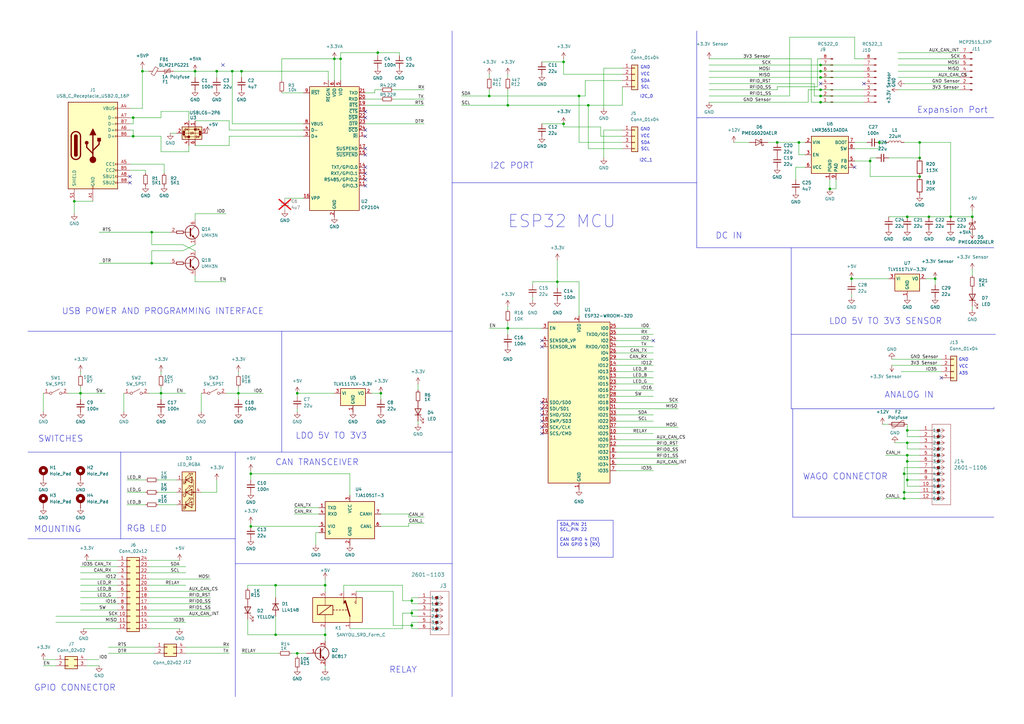
<source format=kicad_sch>
(kicad_sch (version 20231120) (generator "eeschema") (generator_version "8.0")
  (paper "A3")
  (title_block (title "esp32 learning") (date "2025-06-16") (rev "v1") (company "5516"))
  (junction (at 80.01 29.21))
  (junction (at 377.19 72.39))
  (junction (at 377.19 58.42))
  (junction (at 370.84 201.93))
  (junction (at 99.06 29.21))
  (junction (at 208.28 43.18))
  (junction (at 95.25 29.21))
  (junction (at 88.9 29.21))
  (junction (at 381 88.9))
  (junction (at 133.35 260.35))
  (junction (at 389.89 88.9))
  (junction (at 327.66 58.42))
  (junction (at 372.11 88.9))
  (junction (at 372.11 196.85))
  (junction (at 336.55 36.83))
  (junction (at 113.03 240.03))
  (junction (at 228.6 115.57))
  (junction (at 121.92 267.97))
  (junction (at 156.21 161.29))
  (junction (at 58.42 29.21))
  (junction (at 336.55 31.75))
  (junction (at 154.94 21.59))
  (junction (at 372.11 189.23))
  (junction (at 113.03 260.35))
  (junction (at 231.14 50.8))
  (junction (at 168.91 251.46))
  (junction (at 336.55 29.21))
  (junction (at 137.16 24.13))
  (junction (at 66.04 161.29))
  (junction (at 54.61 48.26))
  (junction (at 231.14 25.4))
  (junction (at 336.55 26.67))
  (junction (at 360.68 58.42))
  (junction (at 168.91 246.38))
  (junction (at 318.77 58.42))
  (junction (at 336.55 39.37))
  (junction (at 241.3 43.18))
  (junction (at 370.84 194.31))
  (junction (at 62.23 107.95))
  (junction (at 370.84 204.47))
  (junction (at 208.28 134.62))
  (junction (at 102.87 194.31))
  (junction (at 237.49 39.37))
  (junction (at 340.36 77.47))
  (junction (at 372.11 186.69))
  (junction (at 356.87 66.04))
  (junction (at 62.23 95.25))
  (junction (at 133.35 240.03))
  (junction (at 349.25 114.3))
  (junction (at 398.78 88.9))
  (junction (at 54.61 55.88))
  (junction (at 97.79 161.29))
  (junction (at 200.66 39.37))
  (junction (at 121.92 161.29))
  (junction (at 336.55 41.91))
  (junction (at 139.7 24.13))
  (junction (at 377.19 64.77))
  (junction (at 383.54 114.3))
  (junction (at 372.11 176.53))
  (junction (at 33.02 161.29))
  (junction (at 372.11 181.61))
  (junction (at 168.91 256.54))
  (junction (at 30.48 82.55))
  (junction (at 102.87 215.9))
  (no_connect (at 222.25 142.24))
  (no_connect (at 222.25 165.1))
  (no_connect (at 149.86 60.96))
  (no_connect (at 222.25 170.18))
  (no_connect (at 386.08 154.94))
  (no_connect (at 267.97 139.7))
  (no_connect (at 53.34 72.39))
  (no_connect (at 149.86 45.72))
  (no_connect (at 350.52 68.58))
  (no_connect (at 149.86 48.26))
  (no_connect (at 222.25 172.72))
  (no_connect (at 149.86 76.2))
  (no_connect (at 222.25 139.7))
  (no_connect (at 354.33 34.29))
  (no_connect (at 336.55 34.29))
  (no_connect (at 149.86 55.88))
  (no_connect (at 222.25 175.26))
  (no_connect (at 149.86 73.66))
  (no_connect (at 222.25 177.8))
  (no_connect (at 149.86 63.5))
  (no_connect (at 222.25 167.64))
  (no_connect (at 149.86 71.12))
  (no_connect (at 149.86 68.58))
  (no_connect (at 53.34 74.93))
  (no_connect (at 91.44 26.67))
  (no_connect (at 149.86 53.34))
  (wire (pts (xy 66.04 161.29) (xy 76.2 161.29)))
  (wire (pts (xy 171.45 252.73) (xy 168.91 252.73)))
  (wire (pts (xy 372.11 189.23) (xy 372.11 196.85)))
  (wire (pts (xy 97.79 161.29) (xy 97.79 163.83)))
  (wire (pts (xy 377.19 64.77) (xy 377.19 58.42)))
  (wire (pts (xy 143.51 194.31) (xy 143.51 203.2)))
  (wire (pts (xy 252.73 139.7) (xy 267.97 139.7)))
  (wire (pts (xy 121.92 168.91) (xy 121.92 167.64)))
  (wire (pts (xy 156.21 161.29) (xy 156.21 163.83)))
  (wire (pts (xy 332.74 24.13) (xy 332.74 41.91)))
  (wire (pts (xy 168.91 257.81) (xy 168.91 256.54)))
  (wire (pts (xy 342.9 77.47) (xy 340.36 77.47)))
  (wire (pts (xy 139.7 21.59) (xy 139.7 24.13)))
  (wire (pts (xy 252.73 185.42) (xy 278.13 185.42)))
  (wire (pts (xy 372.11 173.99) (xy 372.11 176.53)))
  (wire (pts (xy 372.11 189.23) (xy 372.11 186.69)))
  (wire (pts (xy 80.01 29.21) (xy 88.9 29.21)))
  (wire (pts (xy 331.47 41.91) (xy 331.47 36.83)))
  (wire (pts (xy 318.77 35.56) (xy 318.77 36.83)))
  (wire (pts (xy 252.73 157.48) (xy 267.97 157.48)))
  (wire (pts (xy 52.07 201.93) (xy 59.69 201.93)))
  (wire (pts (xy 149.86 43.18) (xy 173.99 43.18)))
  (wire (pts (xy 255.27 60.96) (xy 241.3 60.96)))
  (wire (pts (xy 290.83 31.75) (xy 336.55 31.75)))
  (wire (pts (xy 247.65 53.34) (xy 255.27 53.34)))
  (wire (pts (xy 152.4 161.29) (xy 156.21 161.29)))
  (wire (pts (xy 336.55 29.21) (xy 354.33 29.21)))
  (wire (pts (xy 115.57 24.13) (xy 115.57 33.02)))
  (wire (pts (xy 361.95 173.99) (xy 364.49 173.99)))
  (wire (pts (xy 140.97 240.03) (xy 165.1 240.03)))
  (polyline (pts (xy 185.42 74.93) (xy 285.75 74.93)))
  (wire (pts (xy 60.96 250.19) (xy 86.36 250.19)))
  (wire (pts (xy 350.52 60.96) (xy 360.68 60.96)))
  (wire (pts (xy 121.92 267.97) (xy 121.92 269.24)))
  (wire (pts (xy 124.46 81.28) (xy 116.84 81.28)))
  (polyline (pts (xy 324.485 137.16) (xy 324.485 167.64)))
  (wire (pts (xy 153.67 38.1) (xy 153.67 36.83)))
  (wire (pts (xy 383.54 114.3) (xy 383.54 116.84)))
  (wire (pts (xy 153.67 36.83) (xy 156.21 36.83)))
  (polyline (pts (xy 407.67 167.005) (xy 407.67 167.64)))
  (wire (pts (xy 77.47 45.72) (xy 77.47 49.53)))
  (wire (pts (xy 60.96 229.87) (xy 73.66 229.87)))
  (wire (pts (xy 93.98 53.34) (xy 124.46 53.34)))
  (wire (pts (xy 252.73 193.04) (xy 267.97 193.04)))
  (wire (pts (xy 255.27 55.88) (xy 246.38 55.88)))
  (wire (pts (xy 252.73 182.88) (xy 278.13 182.88)))
  (wire (pts (xy 161.29 36.83) (xy 173.99 36.83)))
  (wire (pts (xy 368.3 21.59) (xy 393.7 21.59)))
  (wire (pts (xy 33.02 237.49) (xy 48.26 237.49)))
  (wire (pts (xy 218.44 123.19) (xy 218.44 121.92)))
  (wire (pts (xy 398.78 96.52) (xy 398.78 95.25)))
  (polyline (pts (xy 11.43 135.89) (xy 185.42 135.89)))
  (wire (pts (xy 102.87 215.9) (xy 130.81 215.9)))
  (wire (pts (xy 40.64 95.25) (xy 62.23 95.25)))
  (wire (pts (xy 30.48 82.55) (xy 38.1 82.55)))
  (wire (pts (xy 64.77 201.93) (xy 72.39 201.93)))
  (wire (pts (xy 377.19 191.77) (xy 370.84 191.77)))
  (wire (pts (xy 113.03 260.35) (xy 133.35 260.35)))
  (wire (pts (xy 252.73 160.02) (xy 267.97 160.02)))
  (wire (pts (xy 363.22 204.47) (xy 370.84 204.47)))
  (wire (pts (xy 171.45 157.48) (xy 171.45 160.02)))
  (wire (pts (xy 372.11 176.53) (xy 377.19 176.53)))
  (wire (pts (xy 66.04 161.29) (xy 60.96 161.29)))
  (wire (pts (xy 64.77 196.85) (xy 72.39 196.85)))
  (wire (pts (xy 335.28 24.13) (xy 335.28 35.56)))
  (wire (pts (xy 327.66 58.42) (xy 330.2 58.42)))
  (wire (pts (xy 129.54 218.44) (xy 130.81 218.44)))
  (wire (pts (xy 60.96 232.41) (xy 76.2 232.41)))
  (wire (pts (xy 60.96 234.95) (xy 76.2 234.95)))
  (wire (pts (xy 154.94 21.59) (xy 163.83 21.59)))
  (wire (pts (xy 398.78 110.49) (xy 398.78 113.03)))
  (wire (pts (xy 121.92 161.29) (xy 137.16 161.29)))
  (wire (pts (xy 365.76 147.32) (xy 386.08 147.32)))
  (wire (pts (xy 133.35 240.03) (xy 133.35 242.57)))
  (wire (pts (xy 97.79 161.29) (xy 107.95 161.29)))
  (wire (pts (xy 102.87 214.63) (xy 102.87 215.9)))
  (wire (pts (xy 40.64 107.95) (xy 62.23 107.95)))
  (wire (pts (xy 168.91 246.38) (xy 168.91 245.11)))
  (wire (pts (xy 336.55 36.83) (xy 354.33 36.83)))
  (wire (pts (xy 356.87 66.04) (xy 356.87 72.39)))
  (wire (pts (xy 208.28 43.18) (xy 241.3 43.18)))
  (wire (pts (xy 66.04 55.88) (xy 66.04 62.23)))
  (wire (pts (xy 167.64 212.09) (xy 167.64 210.82)))
  (wire (pts (xy 300.99 58.42) (xy 307.34 58.42)))
  (wire (pts (xy 336.55 39.37) (xy 354.33 39.37)))
  (wire (pts (xy 252.73 187.96) (xy 278.13 187.96)))
  (wire (pts (xy 168.91 247.65) (xy 168.91 246.38)))
  (wire (pts (xy 137.16 33.02) (xy 137.16 24.13)))
  (wire (pts (xy 62.23 107.95) (xy 69.85 107.95)))
  (wire (pts (xy 377.19 58.42) (xy 389.89 58.42)))
  (wire (pts (xy 120.65 210.82) (xy 130.81 210.82)))
  (wire (pts (xy 228.6 115.57) (xy 228.6 118.11)))
  (wire (pts (xy 171.45 257.81) (xy 168.91 257.81)))
  (wire (pts (xy 252.73 175.26) (xy 278.13 175.26)))
  (wire (pts (xy 252.73 167.64) (xy 278.13 167.64)))
  (polyline (pts (xy 185.42 231.14) (xy 185.42 285.75)))
  (wire (pts (xy 290.83 34.29) (xy 334.01 34.29)))
  (wire (pts (xy 33.02 247.65) (xy 48.26 247.65)))
  (wire (pts (xy 372.11 181.61) (xy 377.19 181.61)))
  (wire (pts (xy 165.1 246.38) (xy 168.91 246.38)))
  (wire (pts (xy 356.87 72.39) (xy 377.19 72.39)))
  (wire (pts (xy 146.05 242.57) (xy 161.29 242.57)))
  (polyline (pts (xy 285.75 48.26) (xy 407.67 48.26)))
  (wire (pts (xy 326.39 68.58) (xy 330.2 68.58)))
  (wire (pts (xy 33.02 161.29) (xy 43.18 161.29)))
  (wire (pts (xy 332.74 41.91) (xy 336.55 41.91)))
  (polyline (pts (xy 324.485 101.6) (xy 324.485 137.16)))
  (wire (pts (xy 115.57 24.13) (xy 137.16 24.13)))
  (polyline (pts (xy 324.485 167.64) (xy 407.67 167.64)))
  (wire (pts (xy 334.01 39.37) (xy 336.55 39.37)))
  (wire (pts (xy 252.73 147.32) (xy 267.97 147.32)))
  (wire (pts (xy 161.29 256.54) (xy 168.91 256.54)))
  (wire (pts (xy 69.85 54.61) (xy 72.39 54.61)))
  (wire (pts (xy 365.76 149.86) (xy 386.08 149.86)))
  (polyline (pts (xy 11.43 220.98) (xy 49.53 220.98)))
  (wire (pts (xy 66.04 62.23) (xy 77.47 62.23)))
  (wire (pts (xy 367.03 181.61) (xy 372.11 181.61)))
  (wire (pts (xy 350.52 24.13) (xy 354.33 24.13)))
  (wire (pts (xy 167.64 212.09) (xy 173.99 212.09)))
  (wire (pts (xy 33.02 158.75) (xy 33.02 161.29)))
  (wire (pts (xy 53.34 50.8) (xy 54.61 50.8)))
  (wire (pts (xy 349.25 114.3) (xy 349.25 115.57)))
  (wire (pts (xy 398.78 88.9) (xy 398.78 86.36)))
  (wire (pts (xy 60.96 257.81) (xy 73.66 257.81)))
  (wire (pts (xy 95.25 50.8) (xy 124.46 50.8)))
  (wire (pts (xy 228.6 106.68) (xy 228.6 115.57)))
  (wire (pts (xy 167.64 215.9) (xy 167.64 214.63)))
  (wire (pts (xy 17.78 168.91) (xy 17.78 161.29)))
  (wire (pts (xy 34.29 257.81) (xy 48.26 257.81)))
  (wire (pts (xy 326.39 73.66) (xy 326.39 68.58)))
  (wire (pts (xy 161.29 242.57) (xy 161.29 256.54)))
  (wire (pts (xy 350.52 58.42) (xy 355.6 58.42)))
  (wire (pts (xy 60.96 245.11) (xy 86.36 245.11)))
  (wire (pts (xy 99.06 29.21) (xy 134.62 29.21)))
  (wire (pts (xy 129.54 223.52) (xy 129.54 218.44)))
  (wire (pts (xy 252.73 142.24) (xy 267.97 142.24)))
  (wire (pts (xy 314.96 58.42) (xy 318.77 58.42)))
  (wire (pts (xy 77.47 62.23) (xy 77.47 59.69)))
  (wire (pts (xy 218.44 116.84) (xy 218.44 115.57)))
  (wire (pts (xy 66.04 158.75) (xy 66.04 161.29)))
  (wire (pts (xy 133.35 257.81) (xy 133.35 260.35)))
  (wire (pts (xy 208.28 134.62) (xy 208.28 137.16)))
  (wire (pts (xy 389.89 88.9) (xy 381 88.9)))
  (wire (pts (xy 154.94 22.86) (xy 154.94 21.59)))
  (wire (pts (xy 168.91 252.73) (xy 168.91 251.46)))
  (wire (pts (xy 171.45 247.65) (xy 168.91 247.65)))
  (wire (pts (xy 35.56 229.87) (xy 48.26 229.87)))
  (wire (pts (xy 231.14 24.13) (xy 231.14 25.4)))
  (wire (pts (xy 370.84 204.47) (xy 377.19 204.47)))
  (wire (pts (xy 218.44 115.57) (xy 228.6 115.57)))
  (polyline (pts (xy 325.12 212.09) (xy 407.67 212.09)))
  (wire (pts (xy 93.98 55.88) (xy 93.98 59.69)))
  (wire (pts (xy 80.01 113.03) (xy 80.01 115.57)))
  (polyline (pts (xy 115.57 135.89) (xy 115.57 185.42)))
  (wire (pts (xy 349.25 121.92) (xy 349.25 120.65)))
  (wire (pts (xy 44.45 265.43) (xy 63.5 265.43)))
  (wire (pts (xy 327.66 63.5) (xy 327.66 58.42)))
  (wire (pts (xy 252.73 180.34) (xy 278.13 180.34)))
  (polyline (pts (xy 324.485 137.16) (xy 408.305 137.16)))
  (wire (pts (xy 222.25 50.8) (xy 231.14 50.8)))
  (wire (pts (xy 247.65 64.77) (xy 247.65 53.34)))
  (wire (pts (xy 97.79 152.4) (xy 97.79 153.67)))
  (wire (pts (xy 377.19 201.93) (xy 370.84 201.93)))
  (wire (pts (xy 318.77 58.42) (xy 327.66 58.42)))
  (wire (pts (xy 342.9 73.66) (xy 342.9 77.47)))
  (wire (pts (xy 33.02 161.29) (xy 33.02 163.83)))
  (wire (pts (xy 58.42 29.21) (xy 58.42 44.45)))
  (wire (pts (xy 113.03 252.73) (xy 113.03 260.35)))
  (wire (pts (xy 208.28 134.62) (xy 222.25 134.62)))
  (wire (pts (xy 53.34 55.88) (xy 54.61 55.88)))
  (wire (pts (xy 231.14 50.8) (xy 231.14 52.07)))
  (wire (pts (xy 156.21 215.9) (xy 167.64 215.9)))
  (wire (pts (xy 377.19 64.77) (xy 364.49 64.77)))
  (wire (pts (xy 88.9 31.75) (xy 88.9 29.21)))
  (polyline (pts (xy 285.75 12.7) (xy 285.75 74.93)))
  (wire (pts (xy 252.73 149.86) (xy 267.97 149.86)))
  (polyline (pts (xy 185.42 185.42) (xy 185.42 231.14)))
  (wire (pts (xy 330.2 63.5) (xy 327.66 63.5)))
  (wire (pts (xy 22.86 252.73) (xy 48.26 252.73)))
  (wire (pts (xy 336.55 26.67) (xy 354.33 26.67)))
  (wire (pts (xy 255.27 33.02) (xy 240.03 33.02)))
  (wire (pts (xy 140.97 242.57) (xy 140.97 240.03)))
  (wire (pts (xy 252.73 152.4) (xy 267.97 152.4)))
  (wire (pts (xy 360.68 58.42) (xy 360.68 60.96)))
  (wire (pts (xy 252.73 190.5) (xy 278.13 190.5)))
  (wire (pts (xy 52.07 207.01) (xy 59.69 207.01)))
  (wire (pts (xy 97.79 158.75) (xy 97.79 161.29)))
  (wire (pts (xy 149.86 40.64) (xy 156.21 40.64)))
  (wire (pts (xy 119.38 267.97) (xy 121.92 267.97)))
  (wire (pts (xy 161.29 40.64) (xy 173.99 40.64)))
  (wire (pts (xy 247.65 44.45) (xy 247.65 27.94)))
  (wire (pts (xy 133.35 274.32) (xy 133.35 273.05)))
  (wire (pts (xy 372.11 184.15) (xy 372.11 181.61)))
  (wire (pts (xy 208.28 125.73) (xy 208.28 127)))
  (wire (pts (xy 370.84 201.93) (xy 370.84 204.47)))
  (polyline (pts (xy 325.12 167.64) (xy 325.12 212.09)))
  (wire (pts (xy 80.01 59.69) (xy 93.98 59.69)))
  (wire (pts (xy 168.91 255.27) (xy 171.45 255.27)))
  (wire (pts (xy 167.64 214.63) (xy 173.99 214.63)))
  (wire (pts (xy 241.3 60.96) (xy 241.3 43.18)))
  (wire (pts (xy 35.56 270.51) (xy 40.64 270.51)))
  (wire (pts (xy 102.87 196.85) (xy 102.87 194.31)))
  (wire (pts (xy 252.73 177.8) (xy 267.97 177.8)))
  (wire (pts (xy 80.01 115.57) (xy 92.71 115.57)))
  (wire (pts (xy 372.11 179.07) (xy 372.11 176.53)))
  (wire (pts (xy 139.7 33.02) (xy 139.7 24.13)))
  (wire (pts (xy 60.96 237.49) (xy 86.36 237.49)))
  (wire (pts (xy 323.85 39.37) (xy 323.85 15.24)))
  (wire (pts (xy 379.73 114.3) (xy 383.54 114.3)))
  (wire (pts (xy 17.78 273.05) (xy 22.86 273.05)))
  (wire (pts (xy 241.3 43.18) (xy 255.27 43.18)))
  (wire (pts (xy 340.36 73.66) (xy 340.36 77.47)))
  (wire (pts (xy 168.91 245.11) (xy 171.45 245.11)))
  (wire (pts (xy 54.61 55.88) (xy 66.04 55.88)))
  (wire (pts (xy 363.22 186.69) (xy 372.11 186.69)))
  (wire (pts (xy 60.96 247.65) (xy 86.36 247.65)))
  (wire (pts (xy 54.61 48.26) (xy 54.61 50.8)))
  (wire (pts (xy 165.1 251.46) (xy 168.91 251.46)))
  (wire (pts (xy 370.84 194.31) (xy 370.84 201.93)))
  (wire (pts (xy 115.57 38.1) (xy 124.46 38.1)))
  (wire (pts (xy 33.02 234.95) (xy 48.26 234.95)))
  (wire (pts (xy 66.04 45.72) (xy 77.47 45.72)))
  (wire (pts (xy 252.73 165.1) (xy 278.13 165.1)))
  (wire (pts (xy 62.23 100.33) (xy 62.23 95.25)))
  (wire (pts (xy 364.49 88.9) (xy 372.11 88.9)))
  (wire (pts (xy 60.96 242.57) (xy 86.36 242.57)))
  (wire (pts (xy 60.96 252.73) (xy 86.36 252.73)))
  (wire (pts (xy 290.83 26.67) (xy 336.55 26.67)))
  (wire (pts (xy 370.84 34.29) (xy 393.7 34.29)))
  (wire (pts (xy 255.27 58.42) (xy 237.49 58.42)))
  (wire (pts (xy 165.1 240.03) (xy 165.1 246.38)))
  (wire (pts (xy 88.9 201.93) (xy 88.9 196.85)))
  (wire (pts (xy 54.61 48.26) (xy 66.04 48.26)))
  (wire (pts (xy 398.78 125.73) (xy 398.78 127)))
  (wire (pts (xy 139.7 21.59) (xy 154.94 21.59)))
  (polyline (pts (xy 96.52 231.14) (xy 185.42 231.14)))
  (wire (pts (xy 323.85 15.24) (xy 350.52 15.24)))
  (wire (pts (xy 290.83 24.13) (xy 332.74 24.13)))
  (wire (pts (xy 222.25 25.4) (xy 231.14 25.4)))
  (wire (pts (xy 33.02 242.57) (xy 48.26 242.57)))
  (wire (pts (xy 80.01 87.63) (xy 92.71 87.63)))
  (wire (pts (xy 208.28 132.08) (xy 208.28 134.62)))
  (wire (pts (xy 120.65 208.28) (xy 130.81 208.28)))
  (wire (pts (xy 95.25 29.21) (xy 95.25 50.8)))
  (wire (pts (xy 350.52 66.04) (xy 356.87 66.04)))
  (wire (pts (xy 163.83 21.59) (xy 163.83 22.86)))
  (wire (pts (xy 53.34 67.31) (xy 67.31 67.31)))
  (wire (pts (xy 370.84 58.42) (xy 377.19 58.42)))
  (wire (pts (xy 44.45 267.97) (xy 63.5 267.97)))
  (wire (pts (xy 200.66 30.48) (xy 200.66 31.75)))
  (wire (pts (xy 168.91 256.54) (xy 168.91 255.27)))
  (wire (pts (xy 168.91 251.46) (xy 168.91 250.19)))
  (wire (pts (xy 97.79 161.29) (xy 92.71 161.29)))
  (wire (pts (xy 102.87 193.04) (xy 102.87 194.31)))
  (wire (pts (xy 95.25 29.21) (xy 99.06 29.21)))
  (wire (pts (xy 252.73 170.18) (xy 267.97 170.18)))
  (wire (pts (xy 53.34 69.85) (xy 59.69 69.85)))
  (wire (pts (xy 331.47 36.83) (xy 336.55 36.83)))
  (wire (pts (xy 80.01 102.87) (xy 74.93 100.33)))
  (wire (pts (xy 237.49 115.57) (xy 228.6 115.57)))
  (wire (pts (xy 33.02 240.03) (xy 48.26 240.03)))
  (wire (pts (xy 64.77 207.01) (xy 72.39 207.01)))
  (wire (pts (xy 33.02 232.41) (xy 48.26 232.41)))
  (wire (pts (xy 336.55 41.91) (xy 354.33 41.91)))
  (wire (pts (xy 200.66 134.62) (xy 208.28 134.62)))
  (wire (pts (xy 377.19 189.23) (xy 372.11 189.23)))
  (wire (pts (xy 168.91 250.19) (xy 171.45 250.19)))
  (wire (pts (xy 52.07 196.85) (xy 59.69 196.85)))
  (polyline (pts (xy 285.75 101.6) (xy 407.67 101.6)))
  (wire (pts (xy 389.89 58.42) (xy 389.89 88.9)))
  (wire (pts (xy 189.23 39.37) (xy 200.66 39.37)))
  (wire (pts (xy 336.55 31.75) (xy 354.33 31.75)))
  (wire (pts (xy 200.66 39.37) (xy 237.49 39.37)))
  (wire (pts (xy 80.01 100.33) (xy 74.93 102.87)))
  (polyline (pts (xy 185.42 12.7) (xy 185.42 135.89)))
  (wire (pts (xy 54.61 53.34) (xy 54.61 55.88)))
  (wire (pts (xy 336.55 24.13) (xy 335.28 24.13)))
  (wire (pts (xy 99.06 267.97) (xy 114.3 267.97)))
  (wire (pts (xy 368.3 26.67) (xy 393.7 26.67)))
  (wire (pts (xy 60.96 255.27) (xy 76.2 255.27)))
  (wire (pts (xy 58.42 27.94) (xy 58.42 29.21)))
  (wire (pts (xy 121.92 161.29) (xy 121.92 162.56)))
  (wire (pts (xy 82.55 168.91) (xy 82.55 161.29)))
  (wire (pts (xy 80.01 90.17) (xy 80.01 87.63)))
  (wire (pts (xy 377.19 194.31) (xy 370.84 194.31)))
  (polyline (pts (xy 49.53 185.42) (xy 49.53 220.98)))
  (wire (pts (xy 290.83 41.91) (xy 331.47 41.91)))
  (wire (pts (xy 189.23 43.18) (xy 208.28 43.18)))
  (wire (pts (xy 290.83 39.37) (xy 323.85 39.37)))
  (wire (pts (xy 290.83 29.21) (xy 336.55 29.21)))
  (wire (pts (xy 101.6 241.3) (xy 101.6 240.03)))
  (wire (pts (xy 237.49 58.42) (xy 237.49 39.37)))
  (wire (pts (xy 133.35 237.49) (xy 133.35 240.03)))
  (wire (pts (xy 53.34 48.26) (xy 54.61 48.26)))
  (wire (pts (xy 82.55 201.93) (xy 88.9 201.93)))
  (wire (pts (xy 208.28 30.48) (xy 208.28 31.75)))
  (wire (pts (xy 350.52 15.24) (xy 350.52 24.13)))
  (wire (pts (xy 237.49 39.37) (xy 240.03 39.37)))
  (wire (pts (xy 237.49 129.54) (xy 237.49 115.57)))
  (wire (pts (xy 363.22 58.42) (xy 360.68 58.42)))
  (wire (pts (xy 247.65 27.94) (xy 255.27 27.94)))
  (wire (pts (xy 74.93 100.33) (xy 62.23 100.33)))
  (polyline (pts (xy 49.53 220.98) (xy 96.52 220.98)))
  (wire (pts (xy 113.03 245.11) (xy 113.03 240.03)))
  (polyline (pts (xy 285.75 74.93) (xy 285.75 101.6)))
  (wire (pts (xy 255.27 30.48) (xy 231.14 30.48)))
  (wire (pts (xy 252.73 144.78) (xy 267.97 144.78)))
  (wire (pts (xy 149.86 50.8) (xy 173.99 50.8)))
  (wire (pts (xy 33.02 250.19) (xy 48.26 250.19)))
  (wire (pts (xy 101.6 240.03) (xy 113.03 240.03)))
  (wire (pts (xy 368.3 24.13) (xy 393.7 24.13)))
  (wire (pts (xy 398.78 90.17) (xy 398.78 88.9)))
  (wire (pts (xy 76.2 267.97) (xy 93.98 267.97)))
  (wire (pts (xy 76.2 265.43) (xy 93.98 265.43)))
  (wire (pts (xy 66.04 161.29) (xy 66.04 163.83)))
  (wire (pts (xy 149.86 38.1) (xy 153.67 38.1)))
  (polyline (pts (xy 96.52 220.98) (xy 96.52 285.75)))
  (wire (pts (xy 58.42 29.21) (xy 60.96 29.21)))
  (wire (pts (xy 67.31 67.31) (xy 67.31 71.12)))
  (polyline (pts (xy 11.43 185.42) (xy 185.42 185.42)))
  (wire (pts (xy 80.01 29.21) (xy 80.01 31.75)))
  (wire (pts (xy 240.03 33.02) (xy 240.03 39.37)))
  (wire (pts (xy 167.64 210.82) (xy 156.21 210.82)))
  (wire (pts (xy 334.01 34.29) (xy 334.01 39.37)))
  (wire (pts (xy 17.78 270.51) (xy 22.86 270.51)))
  (wire (pts (xy 143.51 257.81) (xy 165.1 257.81)))
  (wire (pts (xy 369.57 152.4) (xy 386.08 152.4)))
  (wire (pts (xy 290.83 36.83) (xy 318.77 36.83)))
  (wire (pts (xy 398.78 88.9) (xy 389.89 88.9)))
  (wire (pts (xy 59.69 69.85) (xy 59.69 71.12)))
  (wire (pts (xy 66.04 152.4) (xy 66.04 153.67)))
  (wire (pts (xy 252.73 162.56) (xy 267.97 162.56)))
  (wire (pts (xy 377.19 184.15) (xy 372.11 184.15)))
  (wire (pts (xy 60.96 240.03) (xy 76.2 240.03)))
  (wire (pts (xy 356.87 64.77) (xy 359.41 64.77)))
  (wire (pts (xy 35.56 273.05) (xy 40.64 273.05)))
  (wire (pts (xy 101.6 254) (xy 101.6 260.35)))
  (wire (pts (xy 93.98 55.88) (xy 124.46 55.88)))
  (wire (pts (xy 349.25 114.3) (xy 364.49 114.3)))
  (wire (pts (xy 200.66 36.83) (xy 200.66 39.37)))
  (wire (pts (xy 372.11 186.69) (xy 377.19 186.69)))
  (polyline (pts (xy 185.42 135.89) (xy 185.42 185.42)))
  (wire (pts (xy 33.02 245.11) (xy 48.26 245.11)))
  (wire (pts (xy 381 88.9) (xy 372.11 88.9)))
  (wire (pts (xy 88.9 29.21) (xy 95.25 29.21)))
  (polyline (pts (xy 96.52 185.42) (xy 96.52 220.98)))
  (wire (pts (xy 80.01 49.53) (xy 93.98 49.53)))
  (wire (pts (xy 33.02 152.4) (xy 33.02 153.67)))
  (wire (pts (xy 368.3 36.83) (xy 393.7 36.83)))
  (wire (pts (xy 62.23 95.25) (xy 69.85 95.25)))
  (wire (pts (xy 22.86 255.27) (xy 48.26 255.27)))
  (wire (pts (xy 53.34 53.34) (xy 54.61 53.34)))
  (wire (pts (xy 102.87 194.31) (xy 143.51 194.31)))
  (wire (pts (xy 246.38 52.07) (xy 231.14 52.07)))
  (wire (pts (xy 208.28 36.83) (xy 208.28 43.18)))
  (wire (pts (xy 53.34 44.45) (xy 58.42 44.45)))
  (wire (pts (xy 368.3 31.75) (xy 393.7 31.75)))
  (wire (pts (xy 113.03 240.03) (xy 133.35 240.03)))
  (wire (pts (xy 368.3 29.21) (xy 393.7 29.21)))
  (wire (pts (xy 125.73 267.97) (xy 121.92 267.97)))
  (wire (pts (xy 33.02 161.29) (xy 27.94 161.29)))
  (wire (pts (xy 134.62 33.02) (xy 134.62 29.21)))
  (wire (pts (xy 133.35 260.35) (xy 133.35 262.89)))
  (wire (pts (xy 246.38 55.88) (xy 246.38 52.07)))
  (wire (pts (xy 71.12 29.21) (xy 80.01 29.21)))
  (wire (pts (xy 335.28 35.56) (xy 318.77 35.56)))
  (wire (pts (xy 370.84 191.77) (xy 370.84 194.31)))
  (wire (pts (xy 171.45 172.72) (xy 171.45 173.99)))
  (wire (pts (xy 252.73 172.72) (xy 267.97 172.72)))
  (wire (pts (xy 50.8 168.91) (xy 50.8 161.29)))
  (wire (pts (xy 62.23 102.87) (xy 62.23 107.95)))
  (wire (pts (xy 231.14 25.4) (xy 231.14 30.48)))
  (wire (pts (xy 165.1 257.81) (xy 165.1 251.46)))
  (wire (pts (xy 101.6 260.35) (xy 113.03 260.35)))
  (wire (pts (xy 377.19 179.07) (xy 372.11 179.07)))
  (wire (pts (xy 93.98 53.34) (xy 93.98 49.53)))
  (wire (pts (xy 30.48 87.63) (xy 30.48 82.55)))
  (wire (pts (xy 255.27 35.56) (xy 255.27 43.18)))
  (wire (pts (xy 252.73 154.94) (xy 267.97 154.94)))
  (wire (pts (xy 99.06 29.21) (xy 99.06 31.75)))
  (wire (pts (xy 252.73 134.62) (xy 266.7 134.62)))
  (wire (pts (xy 377.19 199.39) (xy 372.11 199.39)))
  (wire (pts (xy 372.11 199.39) (xy 372.11 196.85)))
  (wire (pts (xy 74.93 102.87) (xy 62.23 102.87)))
  (wire (pts (xy 252.73 137.16) (xy 267.97 137.16)))
  (wire (pts (xy 377.19 196.85) (xy 372.11 196.85)))
  (wire (pts (xy 139.7 24.13) (xy 137.16 24.13)))
  (wire (pts (xy 356.87 64.77) (xy 356.87 66.04)))
  (wire (pts (xy 66.04 48.26) (xy 66.04 45.72)))
  (text_box "SDA_PIN 21\nSCL_PIN 22\n\nCAN GPIO 4 (TX) \nCAN GPIO 5 (RX)\n" (at 228.6 213.36 0) (size 22.86 15.24) (effects (font (size 1.27 1.27)) (justify left top)))
  (text "LDO 5V TO 3V3 SENSOR" (at 363.22 131.826 0) (effects (font (size 2.54 2.54))))
  (text "CAN TRANSCEIVER" (at 130.048 189.738 0) (effects (font (size 2.54 2.54))))
  (text "RELAY\n" (at 165.354 274.828 0) (effects (font (size 2.54 2.54))))
  (text "I2C_1" (at 264.922 65.786 0) (effects (font (size 1.27 1.27))))
  (text "LDO 5V TO 3V3" (at 135.89 178.816 0) (effects (font (size 2.54 2.54))))
  (text "GND" (at 264.668 27.686 0) (effects (font (size 1.27 1.27))))
  (text "VCC" (at 264.668 55.88 0) (effects (font (size 1.27 1.27))))
  (text "I2C PORT" (at 210.058 68.072 0) (effects (font (size 2.54 2.54))))
  (text "GND" (at 264.668 53.086 0) (effects (font (size 1.27 1.27))))
  (text "MOUNTING" (at 23.622 217.17 0) (effects (font (size 2.54 2.54))))
  (text "ESP32 MCU" (at 230.378 90.932 0) (effects (font (size 5.08 5.08))))
  (text "RGB LED" (at 60.198 216.916 0) (effects (font (size 2.54 2.54))))
  (text "A35" (at 395.224 153.162 0) (effects (font (size 1.27 1.27))))
  (text "WAGO CONNECTOR" (at 346.71 195.58 0) (effects (font (size 2.54 2.54))))
  (text "VCC" (at 264.668 30.48 0) (effects (font (size 1.27 1.27))))
  (text "GPIO CONNECTOR" (at 30.734 282.194 0) (effects (font (size 2.54 2.54))))
  (text "I2C_0" (at 265.176 39.624 0) (effects (font (size 1.27 1.27))))
  (text "ANALOG IN" (at 372.872 162.052 0) (effects (font (size 2.54 2.54))))
  (text "GND" (at 395.224 147.574 0) (effects (font (size 1.27 1.27))))
  (text "SDA" (at 264.668 33.274 0) (effects (font (size 1.27 1.27))))
  (text "DC IN\n" (at 298.958 96.774 0) (effects (font (size 2.54 2.54))))
  (text "SWITCHES" (at 24.892 180.086 0) (effects (font (size 2.54 2.54))))
  (text "USB POWER AND PROGRAMMING INTERFACE" (at 66.802 127.762 0) (effects (font (size 2.54 2.54))))
  (text "SDA" (at 264.668 58.674 0) (effects (font (size 1.27 1.27))))
  (text "SCL" (at 264.668 61.214 0) (effects (font (size 1.27 1.27))))
  (text "SCL" (at 264.668 35.814 0) (effects (font (size 1.27 1.27))))
  (text "Expansion Port" (at 390.652 45.212 0) (effects (font (size 2.54 2.54))))
  (text "VCC" (at 395.224 150.368 0) (effects (font (size 1.27 1.27))))
  (label "IO16" (at 262.89 160.02 0))
  (label "RTS" (at 48.26 265.43 0))
  (label "SCL" (at 73.66 234.95 180))
  (label "SW" (at 40.64 250.19 0))
  (label "SCK" (at 274.32 165.1 0))
  (label "AUX_CAN_INT" (at 77.47 252.73 0))
  (label "MOSI" (at 81.28 237.49 0))
  (label "CAN_H" (at 167.64 212.09 0))
  (label "3V3 Sensor" (at 304.8 24.13 0))
  (label "IO0" (at 104.14 161.29 0))
  (label "RELAY" (at 265.43 177.8 180))
  (label "3V3 Sensor" (at 382.27 36.83 0))
  (label "SCK" (at 44.45 252.73 0))
  (label "RELAY" (at 99.06 267.97 0))
  (label "TX" (at 91.44 267.97 0))
  (label "IO12" (at 262.89 149.86 0))
  (label "MISO" (at 273.05 167.64 0))
  (label "TX" (at 262.89 142.24 0))
  (label "AUX_CAN_CS" (at 269.24 180.34 0))
  (label "IO2" (at 262.89 139.7 0))
  (label "RX" (at 171.45 36.83 0))
  (label "LED_R" (at 52.07 196.85 0))
  (label "SDA" (at 189.23 39.37 0))
  (label "RELAY" (at 73.66 240.03 180))
  (label "SW" (at 39.37 161.29 0))
  (label "RFID_RST" (at 77.47 245.11 0))
  (label "GND Sensor" (at 373.38 147.32 0))
  (label "LED_B" (at 52.07 207.01 0))
  (label "EN" (at 17.78 273.05 0))
  (label "EN" (at 90.17 115.57 0))
  (label "SDA" (at 265.43 170.18 180))
  (label "MOSI" (at 311.15 29.21 0))
  (label "CAN_L" (at 167.64 214.63 0))
  (label "SCL" (at 265.43 172.72 180))
  (label "AUX_CAN_CS" (at 384.81 31.75 0))
  (label "IO16" (at 43.18 247.65 0))
  (label "MOSI" (at 273.05 175.26 0))
  (label "MOSI" (at 388.62 26.67 0))
  (label "RFID0_SS" (at 77.47 247.65 0))
  (label "GND Sensor" (at 304.8 41.91 0))
  (label "MISO" (at 43.18 255.27 0))
  (label "AUX_CAN_CS" (at 77.47 242.57 0))
  (label "RX" (at 91.44 265.43 0))
  (label "LED_R" (at 265.43 152.4 180))
  (label "IO0" (at 40.64 270.51 0))
  (label "CAN_H" (at 363.22 186.69 0))
  (label "DTR" (at 48.26 267.97 0))
  (label "RFID1_SS" (at 307.34 39.37 0))
  (label "RTS" (at 41.91 95.25 0))
  (label "RFID1_SS" (at 77.47 250.19 0))
  (label "RTS" (at 170.18 43.18 0))
  (label "RFID0_SS" (at 269.24 185.42 0))
  (label "SDA" (at 73.66 232.41 180))
  (label "MISO" (at 311.15 31.75 0))
  (label "RX" (at 262.89 137.16 0))
  (label "IO35" (at 379.73 152.4 0))
  (label "IO12" (at 43.18 237.49 0))
  (label "GND Sensor" (at 382.27 34.29 0))
  (label "LED_G" (at 265.43 157.48 180))
  (label "DTR" (at 41.91 107.95 0))
  (label "LED_G" (at 45.72 245.11 180))
  (label "AUX_CAN_INT" (at 381 21.59 0))
  (label "SCK" (at 389.89 24.13 0))
  (label "RFID_RST" (at 269.24 182.88 0))
  (label "IO35" (at 38.1 232.41 180))
  (label "SW" (at 260.35 162.56 0))
  (label "RFID0_SS" (at 307.34 36.83 0))
  (label "CAN_RX" (at 45.72 234.95 180))
  (label "IO0" (at 262.89 134.62 0))
  (label "IO35" (at 71.12 255.27 0))
  (label "AUX_CAN_INT" (at 269.24 190.5 0))
  (label "SCK" (at 312.42 26.67 0))
  (label "SCL" (at 189.23 43.18 0))
  (label "CAN_RX" (at 265.43 147.32 180))
  (label "CAN_RX" (at 120.65 210.82 0))
  (label "LED_R" (at 45.72 240.03 180))
  (label "TX" (at 171.45 40.64 0))
  (label "CAN_L" (at 363.22 204.47 0))
  (label "LED_G" (at 52.07 201.93 0))
  (label "EN" (at 200.66 134.62 0))
  (label "LED_B" (at 45.72 242.57 180))
  (label "CAN_TX" (at 45.72 232.41 180))
  (label "IO0" (at 88.9 87.63 0))
  (label "3V3 Sensor" (at 373.38 149.86 0))
  (label "CAN_TX" (at 265.43 144.78 180))
  (label "RFID1_SS" (at 269.24 187.96 0))
  (label "EN" (at 72.39 161.29 0))
  (label "IO35" (at 262.89 193.04 0))
  (label "CAN_TX" (at 120.65 208.28 0))
  (label "DTR" (at 170.18 50.8 0))
  (label "LED_B" (at 265.43 154.94 180))
  (label "MISO" (at 388.62 29.21 0))
  (label "RFID_RST" (at 307.34 34.29 0))
  (symbol (lib_id "Device:R_Small") (at 158.75 36.83 90) (unit 1)
    (property "Reference" "R4" (at 158.496 35.052 90) (effects (justify left)))
    (property "Value" "22R" (at 162.56 35.052 90) (effects (justify left)))
    (property "Footprint" "Resistor_SMD:R_0402_1005Metric" (effects (hide yes)))
    (property "Description" "Resistor, small symbol" (effects (hide yes)))
  )
  (symbol (lib_id "power:GND") (at 398.78 127 0) (unit 1)
    (property "Reference" "#PWR084" (effects (hide yes)))
    (property "Value" "GND" (at 398.78 131.064 0))
    (property "Description" "Power symbol creates a global label with name \"GND\" , ground" (effects (hide yes)))
  )
  (symbol (lib_id "Connector_Generic:Conn_01x04") (at 260.35 55.88 0) (unit 1)
    (property "Reference" "J5" (at 258.572 46.482 0) (effects (justify left)))
    (property "Value" "Conn_01x04" (at 258.572 49.022 0) (effects (justify left)))
    (property "Footprint" "Connector_PinHeader_1.00mm:PinHeader_1x04_P1.00mm_Vertical" (effects (hide yes)))
    (property "Description" "Generic connector, single row, 01x04, script generated (kicad-library-utils/schlib/autogen/connector/)" (effects (hide yes)))
  )
  (symbol (lib_id "power:GND") (at 33.02 208.28 0) (unit 1)
    (property "Reference" "#PWR028" (effects (hide yes)))
    (property "Value" "GND" (at 33.02 212.344 0))
    (property "Description" "Power symbol creates a global label with name \"GND\" , ground" (effects (hide yes)))
  )
  (symbol (lib_id "power:GND") (at 34.29 257.81 0) (unit 1)
    (property "Reference" "#PWR056" (effects (hide yes)))
    (property "Value" "GND" (at 34.29 261.874 0))
    (property "Description" "Power symbol creates a global label with name \"GND\" , ground" (effects (hide yes)))
  )
  (symbol (lib_id "power:GND") (at 349.25 121.92 0) (unit 1)
    (property "Reference" "#PWR079" (effects (hide yes)))
    (property "Value" "GND" (at 349.25 125.984 0))
    (property "Description" "Power symbol creates a global label with name \"GND\" , ground" (effects (hide yes)))
  )
  (symbol (lib_id "Device:C_Small") (at 318.77 66.04 0) (unit 1)
    (property "Reference" "C19" (at 321.31 64.7762 0) (effects (justify left)))
    (property "Value" "22u" (at 321.31 67.3162 0) (effects (justify left)))
    (property "Footprint" "Capacitor_SMD:C_01005_0402Metric" (effects (hide yes)))
    (property "Description" "Unpolarized capacitor, small symbol" (effects (hide yes)))
  )
  (symbol (lib_id "power:GND") (at 59.69 76.2 0) (unit 1)
    (property "Reference" "#PWR02" (effects (hide yes)))
    (property "Value" "GND" (at 59.69 80.264 0))
    (property "Description" "Power symbol creates a global label with name \"GND\" , ground" (effects (hide yes)))
  )
  (symbol (lib_id "Device:Polyfuse") (at 368.3 173.99 90) (unit 1)
    (property "Reference" "F2" (at 368.3 168.91 90))
    (property "Value" "Polyfuse" (at 368.3 171.196 90))
    (property "Footprint" "Fuse:Fuse_1206_3216Metric_Pad1.42x1.75mm_HandSolder" (effects (hide yes)))
    (property "Description" "Resettable fuse, polymeric positive temperature coefficient" (effects (hide yes)))
  )
  (symbol (lib_id "power:GND") (at 129.54 223.52 0) (unit 1)
    (property "Reference" "#PWR047" (effects (hide yes)))
    (property "Value" "GND" (at 129.54 227.584 0))
    (property "Description" "Power symbol creates a global label with name \"GND\" , ground" (effects (hide yes)))
  )
  (symbol (lib_id "power:GND") (at 82.55 168.91 0) (unit 1)
    (property "Reference" "#PWR063" (effects (hide yes)))
    (property "Value" "GND" (at 82.55 172.974 0))
    (property "Description" "Power symbol creates a global label with name \"GND\" , ground" (effects (hide yes)))
  )
  (symbol (lib_id "Connector_Generic:Conn_02x02_Counter_Clockwise") (at 27.94 270.51 0) (unit 1)
    (property "Reference" "J7" (at 29.21 264.16 0))
    (property "Value" "Conn_02x02" (at 29.21 266.7 0))
    (property "Footprint" "Connector_PinHeader_1.00mm:PinHeader_2x02_P1.00mm_Vertical" (effects (hide yes)))
    (property "Description" "Generic connector, double row, 02x02, counter clockwise pin numbering scheme (similar to DIP package numbering), script generated (kicad-library-utils/schlib/autogen/connector/)" (effects (hide yes)))
  )
  (symbol (lib_id "power:+3.3V") (at 228.6 106.68 0) (unit 1)
    (property "Reference" "#PWR048" (effects (hide yes)))
    (property "Value" "+3.3V" (at 228.6 101.6 0))
    (property "Description" "Power symbol creates a global label with name \"+3.3V\"" (effects (hide yes)))
  )
  (symbol (lib_id "Device:LED_RGBA") (at 77.47 201.93 0) (unit 1)
    (property "Reference" "D3" (at 77.47 187.96 0))
    (property "Value" "LED_RGBA" (at 77.47 190.5 0))
    (property "Footprint" "LED_SMD:LED_RGB_Wuerth-PLCC4_3.2x2.8mm_150141M173100" (effects (hide yes)))
    (property "Description" "RGB LED, red/green/blue/anode" (effects (hide yes)))
  )
  (symbol (lib_id "Connector:USB_C_Receptacle_USB2.0_16P") (at 38.1 59.69 0) (unit 1)
    (property "Reference" "J1" (at 38.1 36.83 0))
    (property "Value" "USB_C_Receptacle_USB2.0_16P" (at 38.1 39.37 0))
    (property "Footprint" "Connector_USB:USB_C_Receptacle_HRO_TYPE-C-31-M-12" (effects (hide yes)))
    (property "Datasheet" "https://www.usb.org/sites/default/files/documents/usb_type-c.zip" (effects (hide yes)))
    (property "Description" "USB 2.0-only 16P Type-C Receptacle connector" (effects (hide yes)))
  )
  (symbol (lib_id "Device:C_Small") (at 218.44 119.38 0) (unit 1)
    (property "Reference" "C15" (at 220.98 118.1162 0) (effects (justify left)))
    (property "Value" "22u" (at 220.98 120.6562 0) (effects (justify left)))
    (property "Footprint" "Capacitor_SMD:C_01005_0402Metric" (effects (hide yes)))
    (property "Description" "Unpolarized capacitor, small symbol" (effects (hide yes)))
  )
  (symbol (lib_id "power:+3.3V") (at 102.87 214.63 0) (unit 1)
    (property "Reference" "#PWR046" (effects (hide yes)))
    (property "Value" "+3.3V" (at 102.87 209.55 0))
    (property "Description" "Power symbol creates a global label with name \"+3.3V\"" (effects (hide yes)))
  )
  (symbol (lib_id "power:GND") (at 383.54 121.92 0) (unit 1)
    (property "Reference" "#PWR082" (effects (hide yes)))
    (property "Value" "GND" (at 383.54 125.984 0))
    (property "Description" "Power symbol creates a global label with name \"GND\" , ground" (effects (hide yes)))
  )
  (symbol (lib_id "Device:C_Small") (at 208.28 139.7 0) (unit 1)
    (property "Reference" "C16" (at 210.82 138.4362 0) (effects (justify left)))
    (property "Value" "100n" (at 210.82 140.9762 0) (effects (justify left)))
    (property "Footprint" "Capacitor_SMD:C_01005_0402Metric" (effects (hide yes)))
    (property "Description" "Unpolarized capacitor, small symbol" (effects (hide yes)))
  )
  (symbol (lib_id "power:GND") (at 121.92 274.32 0) (unit 1)
    (property "Reference" "#PWR040" (effects (hide yes)))
    (property "Value" "GND" (at 121.92 278.384 0))
    (property "Description" "Power symbol creates a global label with name \"GND\" , ground" (effects (hide yes)))
  )
  (symbol (lib_id "power:+3.3V") (at 17.78 270.51 0) (unit 1)
    (property "Reference" "#PWR058" (effects (hide yes)))
    (property "Value" "+3.3V" (at 17.78 265.43 0))
    (property "Description" "Power symbol creates a global label with name \"+3.3V\"" (effects (hide yes)))
  )
  (symbol (lib_id "Device:R_Small") (at 121.92 271.78 180) (unit 1)
    (property "Reference" "R13" (at 127 272.0339 0) (effects (justify left)))
    (property "Value" "10K" (at 127 270.256 0) (effects (justify left)))
    (property "Footprint" "Resistor_SMD:R_0402_1005Metric" (effects (hide yes)))
    (property "Description" "Resistor, small symbol" (effects (hide yes)))
  )
  (symbol (lib_id "power:+3.3V") (at 290.83 24.13 0) (unit 1)
    (property "Reference" "#PWR085" (effects (hide yes)))
    (property "Value" "+3.3V Sensor" (at 292.1 18.034 0))
    (property "Description" "Power symbol creates a global label with name \"+3.3V\"" (effects (hide yes)))
  )
  (symbol (lib_id "Device:R_Small") (at 101.6 243.84 180) (unit 1)
    (property "Reference" "R15" (at 106.68 244.0939 0) (effects (justify left)))
    (property "Value" "1K" (at 106.68 242.316 0) (effects (justify left)))
    (property "Footprint" "Resistor_SMD:R_0402_1005Metric" (effects (hide yes)))
    (property "Description" "Resistor, small symbol" (effects (hide yes)))
  )
  (symbol (lib_id "Connector_Generic:Conn_01x04") (at 260.35 30.48 0) (unit 1)
    (property "Reference" "J2" (at 258.572 21.082 0) (effects (justify left)))
    (property "Value" "Conn_01x04" (at 258.572 23.622 0) (effects (justify left)))
    (property "Footprint" "Connector_PinHeader_1.00mm:PinHeader_1x04_P1.00mm_Vertical" (effects (hide yes)))
    (property "Description" "Generic connector, single row, 01x04, script generated (kicad-library-utils/schlib/autogen/connector/)" (effects (hide yes)))
  )
  (symbol (lib_id "power:+12V") (at 300.99 58.42 0) (unit 1)
    (property "Reference" "#PWR077" (effects (hide yes)))
    (property "Value" "+12V" (at 300.99 53.34 0))
    (property "Description" "Power symbol creates a global label with name \"+12V\"" (effects (hide yes)))
  )
  (symbol (lib_id "power:GND") (at 218.44 123.19 0) (unit 1)
    (property "Reference" "#PWR050" (effects (hide yes)))
    (property "Value" "GND" (at 218.44 128.27 0))
    (property "Description" "Power symbol creates a global label with name \"GND\" , ground" (effects (hide yes)))
  )
  (symbol (lib_id "power:+3.3V") (at 156.21 161.29 0) (unit 1)
    (property "Reference" "#PWR020" (effects (hide yes)))
    (property "Value" "+3.3V" (at 156.21 156.21 0))
    (property "Description" "Power symbol creates a global label with name \"+3.3V\"" (effects (hide yes)))
  )
  (symbol (lib_id "Diode:PMEG6020AELR") (at 311.15 58.42 180) (unit 1)
    (property "Reference" "D6" (at 311.4675 52.07 0))
    (property "Value" "PMEG6020AELR" (at 311.4675 54.61 0))
    (property "Footprint" "Diode_SMD:Nexperia_CFP3_SOD-123W" (effects (hide yes)))
    (property "Datasheet" "https://assets.nexperia.com/documents/data-sheet/PMEG6020AELR.pdf" (effects (hide yes)))
    (property "Description" "60V, 2A low leakage current MEGA Schottky barrier rectifier, SOD-123W" (effects (hide yes)))
  )
  (symbol (lib_id "Device:C_Small") (at 102.87 218.44 0) (unit 1)
    (property "Reference" "C13" (at 105.41 217.1762 0) (effects (justify left)))
    (property "Value" "22u" (at 105.41 219.7162 0) (effects (justify left)))
    (property "Footprint" "Capacitor_SMD:C_01005_0402Metric" (effects (hide yes)))
    (property "Description" "Unpolarized capacitor, small symbol" (effects (hide yes)))
  )
  (symbol (lib_id "Device:C_Small") (at 66.04 166.37 0) (unit 1)
    (property "Reference" "C17" (at 68.58 165.1062 0) (effects (justify left)))
    (property "Value" "100n" (at 68.58 167.6462 0) (effects (justify left)))
    (property "Footprint" "Capacitor_SMD:C_01005_0402Metric" (effects (hide yes)))
    (property "Description" "Unpolarized capacitor, small symbol" (effects (hide yes)))
  )
  (symbol (lib_id "Device:C_Small") (at 121.92 165.1 0) (unit 1)
    (property "Reference" "C7" (at 124.46 163.8362 0) (effects (justify left)))
    (property "Value" "22u" (at 124.46 166.3762 0) (effects (justify left)))
    (property "Footprint" "Capacitor_SMD:C_01005_0402Metric" (effects (hide yes)))
    (property "Description" "Unpolarized capacitor, small symbol" (effects (hide yes)))
  )
  (symbol (lib_id "power:GND") (at 365.76 147.32 180) (unit 1)
    (property "Reference" "#PWR090" (effects (hide yes)))
    (property "Value" "GND" (at 365.76 143.256 0))
    (property "Description" "Power symbol creates a global label with name \"GND\" , ground" (effects (hide yes)))
  )
  (symbol (lib_id "Diode:PMEG6020AELR") (at 398.78 92.71 270) (unit 1)
    (property "Reference" "D5" (at 400.812 97.282 90) (effects (justify left)))
    (property "Value" "PMEG6020AELR" (at 392.938 99.314 90) (effects (justify left)))
    (property "Footprint" "Diode_SMD:Nexperia_CFP3_SOD-123W" (effects (hide yes)))
    (property "Datasheet" "https://assets.nexperia.com/documents/data-sheet/PMEG6020AELR.pdf" (effects (hide yes)))
    (property "Description" "60V, 2A low leakage current MEGA Schottky barrier rectifier, SOD-123W" (effects (hide yes)))
  )
  (symbol (lib_id "power:GND") (at 171.45 173.99 0) (unit 1)
    (property "Reference" "#PWR022" (effects (hide yes)))
    (property "Value" "GND" (at 171.45 178.054 0))
    (property "Description" "Power symbol creates a global label with name \"GND\" , ground" (effects (hide yes)))
  )
  (symbol (lib_id "Device:R_Small") (at 62.23 196.85 90) (unit 1)
    (property "Reference" "R8" (at 68.58 195.834 90) (effects (justify left)))
    (property "Value" "1K" (at 68.58 194.0561 90) (effects (justify left)))
    (property "Footprint" "Resistor_SMD:R_0402_1005Metric" (effects (hide yes)))
    (property "Description" "Resistor, small symbol" (effects (hide yes)))
  )
  (symbol (lib_id "Device:C_Small") (at 358.14 58.42 90) (unit 1)
    (property "Reference" "C27" (at 358.1463 52.07 90))
    (property "Value" "100n" (at 358.1463 54.61 90))
    (property "Footprint" "Capacitor_SMD:C_01005_0402Metric" (effects (hide yes)))
    (property "Description" "Unpolarized capacitor, small symbol" (effects (hide yes)))
  )
  (symbol (lib_id "power:GND") (at 102.87 201.93 0) (unit 1)
    (property "Reference" "#PWR043" (effects (hide yes)))
    (property "Value" "GND" (at 102.87 205.994 0))
    (property "Description" "Power symbol creates a global label with name \"GND\" , ground" (effects (hide yes)))
  )
  (symbol (lib_id "power:+5VA") (at 398.78 95.25 180) (unit 1)
    (property "Reference" "#PWR067" (effects (hide yes)))
    (property "Value" "+5VA" (at 395.732 95.25 0))
    (property "Description" "Power symbol creates a global label with name \"+5VA\"" (effects (hide yes)))
  )
  (symbol (lib_id "power:GND") (at 326.39 78.74 0) (unit 1)
    (property "Reference" "#PWR074" (effects (hide yes)))
    (property "Value" "GND" (at 326.39 82.804 0))
    (property "Description" "Power symbol creates a global label with name \"GND\" , ground" (effects (hide yes)))
  )
  (symbol (lib_id "power:+3.3V") (at 231.14 50.8 0) (unit 1)
    (property "Reference" "#PWR037" (effects (hide yes)))
    (property "Value" "+3.3V" (at 231.14 45.72 0))
    (property "Description" "Power symbol creates a global label with name \"+3.3V\"" (effects (hide yes)))
  )
  (symbol (lib_id "power:+5V") (at 73.66 229.87 0) (unit 1)
    (property "Reference" "#PWR055" (effects (hide yes)))
    (property "Value" "+5V" (at 73.66 224.79 0))
    (property "Description" "Power symbol creates a global label with name \"+5V\"" (effects (hide yes)))
  )
  (symbol (lib_id "power:GND") (at 97.79 168.91 0) (unit 1)
    (property "Reference" "#PWR065" (effects (hide yes)))
    (property "Value" "GND" (at 97.79 172.974 0))
    (property "Description" "Power symbol creates a global label with name \"GND\" , ground" (effects (hide yes)))
  )
  (symbol (lib_id "power:+3.3V") (at 35.56 229.87 0) (unit 1)
    (property "Reference" "#PWR054" (effects (hide yes)))
    (property "Value" "+3.3V" (at 35.56 224.79 0))
    (property "Description" "Power symbol creates a global label with name \"+3.3V\"" (effects (hide yes)))
  )
  (symbol (lib_id "Mechanical:MountingHole_Pad") (at 33.02 205.74 0) (unit 1) (exclude_from_sim yes) (in_bom no)
    (property "Reference" "H4" (at 35.56 203.1999 0) (effects (justify left)))
    (property "Value" "Hole_Pad" (at 35.56 205.7399 0) (effects (justify left)))
    (property "Footprint" "MountingHole:MountingHole_3.2mm_M3_Pad_Via" (effects (hide yes)))
    (property "Description" "Mounting Hole with connection" (effects (hide yes)))
  )
  (symbol (lib_id "power:GND") (at 137.16 88.9 0) (unit 1)
    (property "Reference" "#PWR015" (effects (hide yes)))
    (property "Value" "GND" (at 137.16 92.964 0))
    (property "Description" "Power symbol creates a global label with name \"GND\" , ground" (effects (hide yes)))
  )
  (symbol (lib_id "power:+3.3V") (at 398.78 110.49 0) (unit 1)
    (property "Reference" "#PWR083" (effects (hide yes)))
    (property "Value" "+3.3V Sensor" (at 398.78 105.41 0))
    (property "Description" "Power symbol creates a global label with name \"+3.3V\"" (effects (hide yes)))
  )
  (symbol (lib_id "power:GND") (at 364.49 93.98 0) (unit 1)
    (property "Reference" "#PWR073" (effects (hide yes)))
    (property "Value" "GND" (at 364.49 98.044 0))
    (property "Description" "Power symbol creates a global label with name \"GND\" , ground" (effects (hide yes)))
  )
  (symbol (lib_id "Connector:Conn_01x08_Pin") (at 341.63 34.29 180) (unit 1)
    (property "Reference" "J9" (at 336.296 20.32 0) (effects (justify right)))
    (property "Value" "RC522_0" (at 335.28 18.034 0) (effects (justify right)))
    (property "Footprint" "Connector_PinHeader_1.00mm:PinHeader_1x08_P1.00mm_Vertical" (effects (hide yes)))
    (property "Description" "Generic connector, single row, 01x08, script generated" (effects (hide yes)))
  )
  (symbol (lib_id "power:+3.3V") (at 97.79 152.4 0) (unit 1)
    (property "Reference" "#PWR064" (effects (hide yes)))
    (property "Value" "+3.3V" (at 97.79 147.32 0))
    (property "Description" "Power symbol creates a global label with name \"+3.3V\"" (effects (hide yes)))
  )
  (symbol (lib_id "power:GND") (at 144.78 168.91 0) (unit 1)
    (property "Reference" "#PWR018" (effects (hide yes)))
    (property "Value" "GND" (at 144.78 172.974 0))
    (property "Description" "Power symbol creates a global label with name \"GND\" , ground" (effects (hide yes)))
  )
  (symbol (lib_id "Mechanical:MountingHole_Pad") (at 17.78 194.31 0) (unit 1) (exclude_from_sim yes) (in_bom no)
    (property "Reference" "H1" (at 20.32 191.7699 0) (effects (justify left)))
    (property "Value" "Hole_Pad" (at 20.32 194.3099 0) (effects (justify left)))
    (property "Footprint" "MountingHole:MountingHole_3.2mm_M3_Pad_Via" (effects (hide yes)))
    (property "Description" "Mounting Hole with connection" (effects (hide yes)))
  )
  (symbol (lib_id "power:GND") (at 247.65 64.77 0) (unit 1)
    (property "Reference" "#PWR038" (effects (hide yes)))
    (property "Value" "GND" (at 247.65 68.834 0))
    (property "Description" "Power symbol creates a global label with name \"GND\" , ground" (effects (hide yes)))
  )
  (symbol (lib_id "RF_Module:ESP32-WROOM-32D") (at 237.49 165.1 0) (unit 1)
    (property "Reference" "U1" (at 239.6841 127 0) (effects (justify left)))
    (property "Value" "ESP32-WROOM-32D" (at 239.6841 129.54 0) (effects (justify left)))
    (property "Footprint" "Library:ESP32-WROOM-32D-3d" (effects (hide yes)))
    (property "Datasheet" "https://www.espressif.com/sites/default/files/documentation/esp32-wroom-32d_esp32-wroom-32u_datasheet_en.pdf" (effects (hide yes)))
    (property "Description" "RF Module, ESP32-D0WD SoC, Wi-Fi 802.11b/g/n, Bluetooth, BLE, 32-bit, 2.7-3.6V, onboard antenna, SMD" (effects (hide yes)))
  )
  (symbol (lib_id "Connector_Generic:Conn_02x02_Counter_Clockwise") (at 68.58 265.43 0) (unit 1)
    (property "Reference" "J12" (at 76.708 271.526 0))
    (property "Value" "Conn_02x02" (at 68.58 271.78 0))
    (property "Footprint" "Connector_PinHeader_1.00mm:PinHeader_2x02_P1.00mm_Vertical" (effects (hide yes)))
    (property "Description" "Generic connector, double row, 02x02, counter clockwise pin numbering scheme (similar to DIP package numbering), script generated (kicad-library-utils/schlib/autogen/connector/)" (effects (hide yes)))
  )
  (symbol (lib_id "Device:C_Small") (at 222.25 27.94 0) (unit 1)
    (property "Reference" "C11" (at 224.79 26.6762 0) (effects (justify left)))
    (property "Value" "22u" (at 224.79 29.2162 0) (effects (justify left)))
    (property "Footprint" "Capacitor_SMD:C_01005_0402Metric" (effects (hide yes)))
    (property "Description" "Unpolarized capacitor, small symbol" (effects (hide yes)))
  )
  (symbol (lib_id "Device:LED") (at 398.78 121.92 90) (unit 1)
    (property "Reference" "D7" (at 402.59 122.2374 90) (effects (justify right)))
    (property "Value" "LED" (at 402.59 124.7774 90) (effects (justify right)))
    (property "Footprint" "LED_SMD:LED_0201_0603Metric" (effects (hide yes)))
    (property "Description" "Light emitting diode" (effects (hide yes)))
  )
  (symbol (lib_id "power:GND") (at 88.9 36.83 0) (unit 1)
    (property "Reference" "#PWR010" (effects (hide yes)))
    (property "Value" "GND" (at 88.9 40.894 0))
    (property "Description" "Power symbol creates a global label with name \"GND\" , ground" (effects (hide yes)))
  )
  (symbol (lib_id "Device:R_Small") (at 33.02 156.21 180) (unit 1)
    (property "Reference" "R7" (at 38.1 156.4639 0) (effects (justify left)))
    (property "Value" "10K" (at 38.1 154.686 0) (effects (justify left)))
    (property "Footprint" "Resistor_SMD:R_0402_1005Metric" (effects (hide yes)))
    (property "Description" "Resistor, small symbol" (effects (hide yes)))
  )
  (symbol (lib_id "Device:C_Small") (at 154.94 25.4 0) (unit 1)
    (property "Reference" "C4" (at 157.48 24.1362 0) (effects (justify left)))
    (property "Value" "100n" (at 157.48 26.6762 0) (effects (justify left)))
    (property "Footprint" "Capacitor_SMD:C_01005_0402Metric" (effects (hide yes)))
    (property "Description" "Unpolarized capacitor, small symbol" (effects (hide yes)))
  )
  (symbol (lib_id "Switch:SW_SPST") (at 22.86 161.29 0) (unit 1)
    (property "Reference" "SW1" (at 22.86 154.94 0))
    (property "Value" "SW_SPST" (at 22.86 157.48 0))
    (property "Footprint" "Button_Switch_SMD:SW_Push_1P1T_NO_6x6mm_H9.5mm" (effects (hide yes)))
    (property "Description" "Single Pole Single Throw (SPST) switch" (effects (hide yes)))
  )
  (symbol (lib_id "Device:C_Small") (at 163.83 25.4 0) (unit 1)
    (property "Reference" "C5" (at 166.37 24.1362 0) (effects (justify left)))
    (property "Value" "22u" (at 166.37 26.6762 0) (effects (justify left)))
    (property "Footprint" "Capacitor_SMD:C_01005_0402Metric" (effects (hide yes)))
    (property "Description" "Unpolarized capacitor, small symbol" (effects (hide yes)))
  )
  (symbol (lib_id "Device:C_Small") (at 389.89 91.44 0) (unit 1)
    (property "Reference" "C23" (at 392.43 90.1762 0) (effects (justify left)))
    (property "Value" "22u" (at 392.43 92.7162 0) (effects (justify left)))
    (property "Footprint" "Capacitor_SMD:C_01005_0402Metric" (effects (hide yes)))
    (property "Description" "Unpolarized capacitor, small symbol" (effects (hide yes)))
  )
  (symbol (lib_id "Mechanical:MountingHole_Pad") (at 17.78 205.74 0) (unit 1) (exclude_from_sim yes) (in_bom no)
    (property "Reference" "H3" (at 20.32 203.1999 0) (effects (justify left)))
    (property "Value" "Hole_Pad" (at 20.32 205.7399 0) (effects (justify left)))
    (property "Footprint" "MountingHole:MountingHole_3.2mm_M3_Pad_Via" (effects (hide yes)))
    (property "Description" "Mounting Hole with connection" (effects (hide yes)))
  )
  (symbol (lib_id "Device:R_Small") (at 62.23 201.93 90) (unit 1)
    (property "Reference" "R9" (at 68.58 200.66 90) (effects (justify left)))
    (property "Value" "1K" (at 68.58 198.8821 90) (effects (justify left)))
    (property "Footprint" "Resistor_SMD:R_0402_1005Metric" (effects (hide yes)))
    (property "Description" "Resistor, small symbol" (effects (hide yes)))
  )
  (symbol (lib_id "Device:R_Small") (at 398.78 115.57 0) (unit 1)
    (property "Reference" "R21" (at 401.32 115.062 0) (effects (justify left)))
    (property "Value" "1K" (at 401.32 116.8399 0) (effects (justify left)))
    (property "Footprint" "Resistor_SMD:R_0402_1005Metric" (effects (hide yes)))
    (property "Description" "Resistor, small symbol" (effects (hide yes)))
  )
  (symbol (lib_id "power:+5V") (at 121.92 161.29 0) (unit 1)
    (property "Reference" "#PWR019" (effects (hide yes)))
    (property "Value" "+5V" (at 121.92 156.21 0))
    (property "Description" "Power symbol creates a global label with name \"+5V\"" (effects (hide yes)))
  )
  (symbol (lib_id "power:GND") (at 367.03 181.61 180) (unit 1)
    (property "Reference" "#PWR091" (effects (hide yes)))
    (property "Value" "GND" (at 367.03 177.546 0))
    (property "Description" "Power symbol creates a global label with name \"GND\" , ground" (effects (hide yes)))
  )
  (symbol (lib_id "Interface_USB:CP2104") (at 137.16 60.96 0) (unit 1)
    (property "Reference" "U2" (at 148.082 82.55 0) (effects (justify left)))
    (property "Value" "CP2104" (at 148.082 85.09 0) (effects (justify left)))
    (property "Footprint" "Package_DFN_QFN:QFN-24-1EP_4x4mm_P0.5mm_EP2.6x2.6mm" (effects (hide yes)))
    (property "Datasheet" "https://www.silabs.com/documents/public/data-sheets/cp2104.pdf" (effects (hide yes)))
    (property "Description" "Single-Chip USB-to-UART Bridge, USB 2.0 Full-Speed, 2Mbps UART, QFN-24" (effects (hide yes)))
  )
  (symbol (lib_id "power:GND") (at 340.36 77.47 0) (unit 1)
    (property "Reference" "#PWR075" (effects (hide yes)))
    (property "Value" "GND" (at 340.36 81.534 0))
    (property "Description" "Power symbol creates a global label with name \"GND\" , ground" (effects (hide yes)))
  )
  (symbol (lib_id "power:GND") (at 99.06 36.83 0) (unit 1)
    (property "Reference" "#PWR09" (effects (hide yes)))
    (property "Value" "GND" (at 99.06 40.894 0))
    (property "Description" "Power symbol creates a global label with name \"GND\" , ground" (effects (hide yes)))
  )
  (symbol (lib_id "Device:R") (at 377.19 68.58 0) (unit 1)
    (property "Reference" "R20" (at 379.73 67.3099 0) (effects (justify left)))
    (property "Value" "113K" (at 379.73 69.8499 0) (effects (justify left)))
    (property "Footprint" "Resistor_SMD:R_0402_1005Metric" (effects (hide yes)))
    (property "Description" "Resistor" (effects (hide yes)))
  )
  (symbol (lib_id "power:GND") (at 67.31 76.2 0) (unit 1)
    (property "Reference" "#PWR03" (effects (hide yes)))
    (property "Value" "GND" (at 67.31 80.264 0))
    (property "Description" "Power symbol creates a global label with name \"GND\" , ground" (effects (hide yes)))
  )
  (symbol (lib_id "Device:R_Small") (at 116.84 267.97 270) (unit 1)
    (property "Reference" "R14" (at 115.062 264.1601 90) (effects (justify left)))
    (property "Value" "1K" (at 115.062 265.938 90) (effects (justify left)))
    (property "Footprint" "Resistor_SMD:R_0402_1005Metric" (effects (hide yes)))
    (property "Description" "Resistor, small symbol" (effects (hide yes)))
  )
  (symbol (lib_id "power:GND") (at 222.25 30.48 0) (unit 1)
    (property "Reference" "#PWR035" (effects (hide yes)))
    (property "Value" "GND" (at 222.25 34.544 0))
    (property "Description" "Power symbol creates a global label with name \"GND\" , ground" (effects (hide yes)))
  )
  (symbol (lib_id "Connector_Generic:Conn_02x12_Counter_Clockwise") (at 53.34 242.57 0) (unit 1)
    (property "Reference" "J6" (at 54.61 223.52 0))
    (property "Value" "Conn_02x12" (at 54.61 226.06 0))
    (property "Footprint" "Connector_PinHeader_1.00mm:PinHeader_2x12_P1.00mm_Vertical" (effects (hide yes)))
    (property "Description" "Generic connector, double row, 02x12, counter clockwise pin numbering scheme (similar to DIP package numbering), script generated (kicad-library-utils/schlib/autogen/connector/)" (effects (hide yes)))
  )
  (symbol (lib_id "power:GND") (at 40.64 273.05 0) (unit 1)
    (property "Reference" "#PWR059" (effects (hide yes)))
    (property "Value" "GND" (at 40.64 277.114 0))
    (property "Description" "Power symbol creates a global label with name \"GND\" , ground" (effects (hide yes)))
  )
  (symbol (lib_id "New_Library:2601-1103") (at 171.45 245.11 0) (unit 1)
    (property "Reference" "J3" (at 180.34 240.284 0) (effects (font (size 1.524 1.524)) (justify left)))
    (property "Value" "2601-1103" (at 168.656 235.712 0) (effects (font (size 1.524 1.524)) (justify left)))
    (property "Footprint" "CONN3_2601-1103_WAG" (effects (hide yes)))
    (property "Datasheet" "2601-1103" (effects (hide yes)))
  )
  (symbol (lib_id "Power_Protection:USBLC6-2P6") (at 80.01 54.61 270) (unit 1)
    (property "Reference" "U3" (at 79.248 48.26 90))
    (property "Value" "USBLC6-2P6" (at 84.074 46.228 90))
    (property "Footprint" "Package_TO_SOT_SMD:SOT-666" (effects (hide yes)))
    (property "Datasheet" "https://www.st.com/resource/en/datasheet/usblc6-2.pdf" (effects (hide yes)))
    (property "Description" "Very low capacitance ESD protection diode, 2 data-line, SOT-666" (effects (hide yes)))
  )
  (symbol (lib_id "power:GND") (at 247.65 44.45 0) (unit 1)
    (property "Reference" "#PWR031" (effects (hide yes)))
    (property "Value" "GND" (at 247.65 48.514 0))
    (property "Description" "Power symbol creates a global label with name \"GND\" , ground" (effects (hide yes)))
  )
  (symbol (lib_id "Mechanical:MountingHole_Pad") (at 33.02 194.31 0) (unit 1) (exclude_from_sim yes) (in_bom no)
    (property "Reference" "H2" (at 35.56 191.7699 0) (effects (justify left)))
    (property "Value" "Hole_Pad" (at 35.56 194.3099 0) (effects (justify left)))
    (property "Footprint" "MountingHole:MountingHole_3.2mm_M3_Pad_Via" (effects (hide yes)))
    (property "Description" "Mounting Hole with connection" (effects (hide yes)))
  )
  (symbol (lib_id "power:+3.3V") (at 368.3 36.83 90) (unit 1)
    (property "Reference" "#PWR087" (effects (hide yes)))
    (property "Value" "+3.3V Sensor" (at 364.49 36.068 0))
    (property "Description" "Power symbol creates a global label with name \"+3.3V\"" (effects (hide yes)))
  )
  (symbol (lib_id "power:GND") (at 30.48 87.63 0) (unit 1)
    (property "Reference" "#PWR01" (effects (hide yes)))
    (property "Value" "GND" (at 30.48 91.694 0))
    (property "Description" "Power symbol creates a global label with name \"GND\" , ground" (effects (hide yes)))
  )
  (symbol (lib_id "Device:C_Small") (at 80.01 34.29 0) (unit 1)
    (property "Reference" "C1" (at 82.55 33.0262 0) (effects (justify left)))
    (property "Value" "100n" (at 82.55 35.5662 0) (effects (justify left)))
    (property "Footprint" "Capacitor_SMD:C_01005_0402Metric" (effects (hide yes)))
    (property "Description" "Unpolarized capacitor, small symbol" (effects (hide yes)))
  )
  (symbol (lib_id "power:GND") (at 33.02 196.85 0) (unit 1)
    (property "Reference" "#PWR030" (effects (hide yes)))
    (property "Value" "GND" (at 33.02 200.914 0))
    (property "Description" "Power symbol creates a global label with name \"GND\" , ground" (effects (hide yes)))
  )
  (symbol (lib_id "power:+5VA") (at 80.01 29.21 0) (unit 1)
    (property "Reference" "#PWR066" (effects (hide yes)))
    (property "Value" "+5VA" (at 80.01 24.13 0))
    (property "Description" "Power symbol creates a global label with name \"+5VA\"" (effects (hide yes)))
  )
  (symbol (lib_id "power:GND") (at 17.78 168.91 0) (unit 1)
    (property "Reference" "#PWR023" (effects (hide yes)))
    (property "Value" "GND" (at 17.78 172.974 0))
    (property "Description" "Power symbol creates a global label with name \"GND\" , ground" (effects (hide yes)))
  )
  (symbol (lib_id "power:GND") (at 143.51 223.52 0) (unit 1)
    (property "Reference" "#PWR044" (effects (hide yes)))
    (property "Value" "GND" (at 143.51 227.584 0))
    (property "Description" "Power symbol creates a global label with name \"GND\" , ground" (effects (hide yes)))
  )
  (symbol (lib_id "Transistor_BJT:UMH3N") (at 74.93 107.95 0) (unit 2)
    (property "Reference" "Q1" (at 82.55 106.6799 0) (effects (justify left)))
    (property "Value" "UMH3N" (at 82.55 109.2199 0) (effects (justify left)))
    (property "Footprint" "Package_TO_SOT_SMD:SOT-363_SC-70-6" (effects (hide yes)))
    (property "Datasheet" "http://rohmfs.rohm.com/en/products/databook/datasheet/discrete/transistor/digital/emh3t2r-e.pdf" (effects (hide yes)))
    (property "Description" "0.1A Ic, 50V Vce, Dual NPN Input Resistor Transistors, SOT-363" (effects (hide yes)))
  )
  (symbol (lib_id "power:GND") (at 222.25 55.88 0) (unit 1)
    (property "Reference" "#PWR036" (effects (hide yes)))
    (property "Value" "GND" (at 222.25 59.944 0))
    (property "Description" "Power symbol creates a global label with name \"GND\" , ground" (effects (hide yes)))
  )
  (symbol (lib_id "Device:C_Small") (at 361.95 64.77 90) (unit 1)
    (property "Reference" "C26" (at 361.9563 58.42 90))
    (property "Value" "22u" (at 361.9563 60.96 90))
    (property "Footprint" "Capacitor_SMD:C_01005_0402Metric" (effects (hide yes)))
    (property "Description" "Unpolarized capacitor, small symbol" (effects (hide yes)))
  )
  (symbol (lib_id "power:GND") (at 121.92 168.91 0) (unit 1)
    (property "Reference" "#PWR016" (effects (hide yes)))
    (property "Value" "GND" (at 121.92 172.974 0))
    (property "Description" "Power symbol creates a global label with name \"GND\" , ground" (effects (hide yes)))
  )
  (symbol (lib_id "power:GND") (at 372.11 121.92 0) (unit 1)
    (property "Reference" "#PWR080" (effects (hide yes)))
    (property "Value" "GND" (at 372.11 125.984 0))
    (property "Description" "Power symbol creates a global label with name \"GND\" , ground" (effects (hide yes)))
  )
  (symbol (lib_id "Device:L") (at 367.03 58.42 90) (unit 1)
    (property "Reference" "L1" (at 367.03 53.34 90))
    (property "Value" "22uH" (at 367.03 55.88 90))
    (property "Footprint" "Inductor_SMD:L_1008_2520Metric" (effects (hide yes)))
    (property "Description" "Inductor" (effects (hide yes)))
  )
  (symbol (lib_id "power:+5V") (at 102.87 193.04 0) (unit 1)
    (property "Reference" "#PWR042" (effects (hide yes)))
    (property "Value" "+5V" (at 102.87 187.96 0))
    (property "Description" "Power symbol creates a global label with name \"+5V\"" (effects (hide yes)))
  )
  (symbol (lib_id "Device:C_Small") (at 383.54 119.38 0) (unit 1)
    (property "Reference" "C29" (at 386.08 118.1162 0) (effects (justify left)))
    (property "Value" "22u" (at 386.08 120.6562 0) (effects (justify left)))
    (property "Footprint" "Capacitor_SMD:C_01005_0402Metric" (effects (hide yes)))
    (property "Description" "Unpolarized capacitor, small symbol" (effects (hide yes)))
  )
  (symbol (lib_id "power:GND") (at 133.35 274.32 0) (unit 1)
    (property "Reference" "#PWR039" (effects (hide yes)))
    (property "Value" "GND" (at 133.35 278.384 0))
    (property "Description" "Power symbol creates a global label with name \"GND\" , ground" (effects (hide yes)))
  )
  (symbol (lib_id "power:GND") (at 237.49 200.66 0) (unit 1)
    (property "Reference" "#PWR053" (effects (hide yes)))
    (property "Value" "GND" (at 237.49 205.74 0))
    (property "Description" "Power symbol creates a global label with name \"GND\" , ground" (effects (hide yes)))
  )
  (symbol (lib_id "Transistor_BJT:BC817") (at 130.81 267.97 0) (unit 1)
    (property "Reference" "Q2" (at 135.89 266.6999 0) (effects (justify left)))
    (property "Value" "BC817" (at 135.89 269.2399 0) (effects (justify left)))
    (property "Footprint" "Package_TO_SOT_SMD:SOT-23" (effects (hide yes)))
    (property "Datasheet" "https://www.onsemi.com/pub/Collateral/BC818-D.pdf" (effects (hide yes)))
    (property "Description" "0.8A Ic, 45V Vce, NPN Transistor, SOT-23" (effects (hide yes)))
  )
  (symbol (lib_id "power:+5V") (at 349.25 114.3 0) (unit 1)
    (property "Reference" "#PWR078" (effects (hide yes)))
    (property "Value" "+5V" (at 349.25 109.22 0))
    (property "Description" "Power symbol creates a global label with name \"+5V\"" (effects (hide yes)))
  )
  (symbol (lib_id "power:GND") (at 370.84 34.29 270) (unit 1)
    (property "Reference" "#PWR088" (effects (hide yes)))
    (property "Value" "GND" (at 366.522 33.782 0))
    (property "Description" "Power symbol creates a global label with name \"GND\" , ground" (effects (hide yes)))
  )
  (symbol (lib_id "Transistor_BJT:UMH3N") (at 74.93 95.25 0) (unit 1)
    (property "Reference" "Q1" (at 82.55 93.9799 0) (effects (justify left)))
    (property "Value" "UMH3N" (at 82.55 96.5199 0) (effects (justify left)))
    (property "Footprint" "Package_TO_SOT_SMD:SOT-363_SC-70-6" (effects (hide yes)))
    (property "Datasheet" "http://rohmfs.rohm.com/en/products/databook/datasheet/discrete/transistor/digital/emh3t2r-e.pdf" (effects (hide yes)))
    (property "Description" "0.1A Ic, 50V Vce, Dual NPN Input Resistor Transistors, SOT-363" (effects (hide yes)))
  )
  (symbol (lib_id "Device:C_Small") (at 116.84 83.82 0) (unit 1) (in_bom no) (dnp yes)
    (property "Reference" "C6" (at 119.38 82.5562 0) (effects (justify left)))
    (property "Value" "4u7" (at 119.38 85.0962 0) (effects (justify left)))
    (property "Footprint" "Capacitor_SMD:C_01005_0402Metric" (effects (hide yes)))
    (property "Description" "Unpolarized capacitor, small symbol" (effects (hide yes)))
  )
  (symbol (lib_id "Device:C_Small") (at 97.79 166.37 0) (unit 1)
    (property "Reference" "C18" (at 100.33 165.1062 0) (effects (justify left)))
    (property "Value" "100n" (at 100.33 167.6462 0) (effects (justify left)))
    (property "Footprint" "Capacitor_SMD:C_01005_0402Metric" (effects (hide yes)))
    (property "Description" "Unpolarized capacitor, small symbol" (effects (hide yes)))
  )
  (symbol (lib_id "power:GND") (at 290.83 41.91 0) (unit 1)
    (property "Reference" "#PWR086" (effects (hide yes)))
    (property "Value" "GND" (at 290.83 45.974 0))
    (property "Description" "Power symbol creates a global label with name \"GND\" , ground" (effects (hide yes)))
  )
  (symbol (lib_id "power:+5V") (at 398.78 86.36 0) (unit 1)
    (property "Reference" "#PWR07" (effects (hide yes)))
    (property "Value" "+5V" (at 398.78 81.28 0))
    (property "Description" "Power symbol creates a global label with name \"+5V\"" (effects (hide yes)))
  )
  (symbol (lib_id "power:+3.3V") (at 33.02 152.4 0) (unit 1)
    (property "Reference" "#PWR025" (effects (hide yes)))
    (property "Value" "+3.3V" (at 33.02 147.32 0))
    (property "Description" "Power symbol creates a global label with name \"+3.3V\"" (effects (hide yes)))
  )
  (symbol (lib_id "Device:C_Small") (at 88.9 34.29 0) (unit 1)
    (property "Reference" "C3" (at 91.44 33.0262 0) (effects (justify left)))
    (property "Value" "22u" (at 91.44 35.5662 0) (effects (justify left)))
    (property "Footprint" "Capacitor_SMD:C_01005_0402Metric" (effects (hide yes)))
    (property "Description" "Unpolarized capacitor, small symbol" (effects (hide yes)))
  )
  (symbol (lib_id "Device:Polyfuse_Small") (at 68.58 29.21 90) (unit 1)
    (property "Reference" "F1" (at 67.818 33.528 90))
    (property "Value" "1A Polyfuse" (at 72.136 31.496 90))
    (property "Footprint" "Fuse:Fuse_1206_3216Metric_Pad1.42x1.75mm_HandSolder" (effects (hide yes)))
    (property "Description" "Resettable fuse, polymeric positive temperature coefficient, small symbol" (effects (hide yes)))
  )
  (symbol (lib_id "Switch:SW_SPST") (at 87.63 161.29 0) (unit 1)
    (property "Reference" "SW3" (at 87.63 154.94 0))
    (property "Value" "SW_SPST" (at 87.63 157.48 0))
    (property "Footprint" "Button_Switch_SMD:SW_Push_1P1T_NO_6x6mm_H9.5mm" (effects (hide yes)))
    (property "Description" "Single Pole Single Throw (SPST) switch" (effects (hide yes)))
  )
  (symbol (lib_id "Device:C_Small") (at 364.49 91.44 0) (unit 1)
    (property "Reference" "C24" (at 367.03 90.1762 0) (effects (justify left)))
    (property "Value" "22u" (at 367.03 92.7162 0) (effects (justify left)))
    (property "Footprint" "Capacitor_SMD:C_01005_0402Metric" (effects (hide yes)))
    (property "Description" "Unpolarized capacitor, small symbol" (effects (hide yes)))
  )
  (symbol (lib_id "power:+3.3VA") (at 137.16 24.13 0) (unit 1)
    (property "Reference" "#PWR013" (effects (hide yes)))
    (property "Value" "+3.3VA" (at 137.16 19.05 0))
    (property "Description" "Power symbol creates a global label with name \"+3.3VA\"" (effects (hide yes)))
  )
  (symbol (lib_id "power:GND") (at 318.77 68.58 0) (unit 1)
    (property "Reference" "#PWR069" (effects (hide yes)))
    (property "Value" "GND" (at 318.77 72.644 0))
    (property "Description" "Power symbol creates a global label with name \"GND\" , ground" (effects (hide yes)))
  )
  (symbol (lib_id "Diode:LL4148") (at 113.03 248.92 270) (unit 1)
    (property "Reference" "D1" (at 115.57 247.6499 90) (effects (justify left)))
    (property "Value" "LL4148" (at 115.57 250.1899 90) (effects (justify left)))
    (property "Footprint" "Diode_SMD:D_MiniMELF" (effects (hide yes)))
    (property "Datasheet" "http://www.vishay.com/docs/85557/ll4148.pdf" (effects (hide yes)))
    (property "Description" "100V 0.15A standard switching diode, MiniMELF" (effects (hide yes)))
    (property "Sim.Device" "D" (effects (hide yes)))
    (property "Sim.Pins" "1=K 2=A" (effects (hide yes)))
  )
  (symbol (lib_id "power:+3.3V") (at 231.14 24.13 0) (unit 1)
    (property "Reference" "#PWR034" (effects (hide yes)))
    (property "Value" "+3.3V" (at 231.14 19.05 0))
    (property "Description" "Power symbol creates a global label with name \"+3.3V\"" (effects (hide yes)))
  )
  (symbol (lib_id "Device:C_Small") (at 99.06 34.29 0) (unit 1)
    (property "Reference" "C2" (at 101.6 33.0262 0) (effects (justify left)))
    (property "Value" "4u7" (at 101.6 35.5662 0) (effects (justify left)))
    (property "Footprint" "Capacitor_SMD:C_01005_0402Metric" (effects (hide yes)))
    (property "Description" "Unpolarized capacitor, small symbol" (effects (hide yes)))
  )
  (symbol (lib_id "power:+5V") (at 133.35 237.49 0) (unit 1)
    (property "Reference" "#PWR041" (effects (hide yes)))
    (property "Value" "+5V" (at 133.35 233.934 0))
    (property "Description" "Power symbol creates a global label with name \"+5V\"" (effects (hide yes)))
  )
  (symbol (lib_id "Device:C_Small") (at 381 91.44 0) (unit 1)
    (property "Reference" "C22" (at 383.54 90.1762 0) (effects (justify left)))
    (property "Value" "22u" (at 383.54 92.7162 0) (effects (justify left)))
    (property "Footprint" "Capacitor_SMD:C_01005_0402Metric" (effects (hide yes)))
    (property "Description" "Unpolarized capacitor, small symbol" (effects (hide yes)))
  )
  (symbol (lib_id "Device:R_Small") (at 115.57 35.56 0) (unit 1)
    (property "Reference" "R3" (at 118.11 35.052 0) (effects (justify left)))
    (property "Value" "10k" (at 118.11 36.8299 0) (effects (justify left)))
    (property "Footprint" "Resistor_SMD:R_0402_1005Metric" (effects (hide yes)))
    (property "Description" "Resistor, small symbol" (effects (hide yes)))
  )
  (symbol (lib_id "Device:C_Small") (at 372.11 91.44 0) (unit 1)
    (property "Reference" "C21" (at 374.65 90.1762 0) (effects (justify left)))
    (property "Value" "22u" (at 374.65 92.7162 0) (effects (justify left)))
    (property "Footprint" "Capacitor_SMD:C_01005_0402Metric" (effects (hide yes)))
    (property "Description" "Unpolarized capacitor, small symbol" (effects (hide yes)))
  )
  (symbol (lib_id "Device:C_Small") (at 102.87 199.39 0) (unit 1)
    (property "Reference" "C10" (at 105.41 198.1262 0) (effects (justify left)))
    (property "Value" "100n" (at 105.41 200.6662 0) (effects (justify left)))
    (property "Footprint" "Capacitor_SMD:C_01005_0402Metric" (effects (hide yes)))
    (property "Description" "Unpolarized capacitor, small symbol" (effects (hide yes)))
  )
  (symbol (lib_id "power:GND") (at 73.66 257.81 0) (unit 1)
    (property "Reference" "#PWR057" (effects (hide yes)))
    (property "Value" "GND" (at 73.66 261.874 0))
    (property "Description" "Power symbol creates a global label with name \"GND\" , ground" (effects (hide yes)))
  )
  (symbol (lib_id "Relay:SANYOU_SRD_Form_C") (at 138.43 250.19 0) (unit 1)
    (property "Reference" "K1" (at 137.414 257.556 0) (effects (justify left)))
    (property "Value" "SANYOU_SRD_Form_C" (at 137.922 260.35 0) (effects (justify left)))
    (property "Footprint" "Relay_THT:Relay_SPDT_SANYOU_SRD_Series_Form_C" (effects (hide yes)))
    (property "Datasheet" "http://www.sanyourelay.ca/public/products/pdf/SRD.pdf" (effects (hide yes)))
    (property "Description" "Sanyo SRD relay, Single Pole Miniature Power Relay," (effects (hide yes)))
  )
  (symbol (lib_id "Device:R_Small") (at 59.69 73.66 0) (unit 1)
    (property "Reference" "R1" (at 62.23 73.152 0) (effects (justify left)))
    (property "Value" "5K1" (at 62.23 74.9299 0) (effects (justify left)))
    (property "Footprint" "Resistor_SMD:R_0402_1005Metric" (effects (hide yes)))
    (property "Description" "Resistor, small symbol" (effects (hide yes)))
  )
  (symbol (lib_id "power:GND") (at 389.89 93.98 0) (unit 1)
    (property "Reference" "#PWR072" (effects (hide yes)))
    (property "Value" "GND" (at 389.89 98.044 0))
    (property "Description" "Power symbol creates a global label with name \"GND\" , ground" (effects (hide yes)))
  )
  (symbol (lib_id "Device:C_Small") (at 33.02 166.37 0) (unit 1)
    (property "Reference" "C9" (at 35.56 165.1062 0) (effects (justify left)))
    (property "Value" "100n" (at 35.56 167.6462 0) (effects (justify left)))
    (property "Footprint" "Capacitor_SMD:C_01005_0402Metric" (effects (hide yes)))
    (property "Description" "Unpolarized capacitor, small symbol" (effects (hide yes)))
  )
  (symbol (lib_id "Device:C_Small") (at 228.6 120.65 0) (unit 1)
    (property "Reference" "C14" (at 231.14 119.3862 0) (effects (justify left)))
    (property "Value" "100n" (at 231.14 121.9262 0) (effects (justify left)))
    (property "Footprint" "Capacitor_SMD:C_01005_0402Metric" (effects (hide yes)))
    (property "Description" "Unpolarized capacitor, small symbol" (effects (hide yes)))
  )
  (symbol (lib_id "power:GND") (at 116.84 86.36 0) (unit 1)
    (property "Reference" "#PWR014" (effects (hide yes)))
    (property "Value" "GND" (at 116.84 90.424 0))
    (property "Description" "Power symbol creates a global label with name \"GND\" , ground" (effects (hide yes)))
  )
  (symbol (lib_id "Device:C_Small") (at 318.77 60.96 0) (unit 1)
    (property "Reference" "C20" (at 321.31 59.6962 0) (effects (justify left)))
    (property "Value" "22u" (at 321.31 62.2362 0) (effects (justify left)))
    (property "Footprint" "Capacitor_SMD:C_01005_0402Metric" (effects (hide yes)))
    (property "Description" "Unpolarized capacitor, small symbol" (effects (hide yes)))
  )
  (symbol (lib_id "Connector_Generic:Conn_01x04") (at 391.16 149.86 0) (unit 1)
    (property "Reference" "J13" (at 389.382 140.462 0) (effects (justify left)))
    (property "Value" "Conn_01x04" (at 389.382 143.002 0) (effects (justify left)))
    (property "Footprint" "Connector_PinHeader_1.00mm:PinHeader_1x04_P1.00mm_Vertical" (effects (hide yes)))
    (property "Description" "Generic connector, single row, 01x04, script generated (kicad-library-utils/schlib/autogen/connector/)" (effects (hide yes)))
  )
  (symbol (lib_id "power:+3.3V") (at 88.9 196.85 0) (unit 1)
    (property "Reference" "#PWR026" (effects (hide yes)))
    (property "Value" "+3.3V" (at 88.9 191.77 0))
    (property "Description" "Power symbol creates a global label with name \"+3.3V\"" (effects (hide yes)))
  )
  (symbol (lib_id "power:GND") (at 66.04 168.91 0) (unit 1)
    (property "Reference" "#PWR062" (effects (hide yes)))
    (property "Value" "GND" (at 66.04 172.974 0))
    (property "Description" "Power symbol creates a global label with name \"GND\" , ground" (effects (hide yes)))
  )
  (symbol (lib_id "power:+3.3V") (at 66.04 152.4 0) (unit 1)
    (property "Reference" "#PWR061" (effects (hide yes)))
    (property "Value" "+3.3V" (at 66.04 147.32 0))
    (property "Description" "Power symbol creates a global label with name \"+3.3V\"" (effects (hide yes)))
  )
  (symbol (lib_id "Device:LED") (at 171.45 168.91 90) (unit 1)
    (property "Reference" "D4" (at 175.26 169.2274 90) (effects (justify right)))
    (property "Value" "LED" (at 175.26 171.7674 90) (effects (justify right)))
    (property "Footprint" "LED_SMD:LED_0201_0603Metric" (effects (hide yes)))
    (property "Description" "Light emitting diode" (effects (hide yes)))
  )
  (symbol (lib_id "Device:C_Small") (at 156.21 166.37 0) (unit 1)
    (property "Reference" "C8" (at 158.75 165.1062 0) (effects (justify left)))
    (property "Value" "22u" (at 158.75 167.6462 0) (effects (justify left)))
    (property "Footprint" "Capacitor_SMD:C_01005_0402Metric" (effects (hide yes)))
    (property "Description" "Unpolarized capacitor, small symbol" (effects (hide yes)))
  )
  (symbol (lib_id "power:GND") (at 372.11 93.98 0) (unit 1)
    (property "Reference" "#PWR070" (effects (hide yes)))
    (property "Value" "GND" (at 372.11 98.044 0))
    (property "Description" "Power symbol creates a global label with name \"GND\" , ground" (effects (hide yes)))
  )
  (symbol (lib_id "Regulator_Linear:LM1117MP-3.3") (at 372.11 114.3 0) (unit 1)
    (property "Reference" "U7" (at 372.11 107.95 0))
    (property "Value" "TLV1117LV-3.3V" (at 372.11 110.49 0))
    (property "Footprint" "Package_TO_SOT_SMD:SOT-223-3_TabPin2" (effects (hide yes)))
    (property "Datasheet" "http://www.ti.com/lit/ds/symlink/lm1117.pdf" (effects (hide yes)))
    (property "Description" "800mA Low-Dropout Linear Regulator, 3.3V fixed output, SOT-223" (effects (hide yes)))
  )
  (symbol (lib_id "power:+3.3V") (at 383.54 114.3 0) (unit 1)
    (property "Reference" "#PWR081" (effects (hide yes)))
    (property "Value" "+3.3V Sensor" (at 384.556 107.188 0))
    (property "Description" "Power symbol creates a global label with name \"+3.3V\"" (effects (hide yes)))
  )
  (symbol (lib_id "Device:C_Small") (at 326.39 76.2 0) (unit 1)
    (property "Reference" "C25" (at 328.93 74.9362 0) (effects (justify left)))
    (property "Value" "4u7" (at 328.93 77.4762 0) (effects (justify left)))
    (property "Footprint" "Capacitor_SMD:C_01005_0402Metric" (effects (hide yes)))
    (property "Description" "Unpolarized capacitor, small symbol" (effects (hide yes)))
  )
  (symbol (lib_id "power:+3.3V") (at 200.66 30.48 0) (unit 1)
    (property "Reference" "#PWR032" (effects (hide yes)))
    (property "Value" "+3.3V" (at 200.66 25.4 0))
    (property "Description" "Power symbol creates a global label with name \"+3.3V\"" (effects (hide yes)))
  )
  (symbol (lib_id "Device:R_Small") (at 66.04 156.21 180) (unit 1)
    (property "Reference" "R17" (at 71.12 156.4639 0) (effects (justify left)))
    (property "Value" "10K" (at 71.12 154.686 0) (effects (justify left)))
    (property "Footprint" "Resistor_SMD:R_0402_1005Metric" (effects (hide yes)))
    (property "Description" "Resistor, small symbol" (effects (hide yes)))
  )
  (symbol (lib_id "Device:R_Small") (at 208.28 129.54 180) (unit 1)
    (property "Reference" "R16" (at 210.82 128.2699 0) (effects (justify right)))
    (property "Value" "10K" (at 210.82 130.8099 0) (effects (justify right)))
    (property "Footprint" "Resistor_SMD:R_0402_1005Metric" (effects (hide yes)))
    (property "Description" "Resistor, small symbol" (effects (hide yes)))
  )
  (symbol (lib_id "power:+5V") (at 85.09 54.61 0) (unit 1)
    (property "Reference" "#PWR06" (effects (hide yes)))
    (property "Value" "+5V" (at 87.376 51.054 0))
    (property "Description" "Power symbol creates a global label with name \"+5V\"" (effects (hide yes)))
  )
  (symbol (lib_id "Device:R_Small") (at 62.23 207.01 90) (unit 1)
    (property "Reference" "R10" (at 68.58 205.486 90) (effects (justify left)))
    (property "Value" "1K" (at 68.58 203.7081 90) (effects (justify left)))
    (property "Footprint" "Resistor_SMD:R_0402_1005Metric" (effects (hide yes)))
    (property "Description" "Resistor, small symbol" (effects (hide yes)))
  )
  (symbol (lib_id "Device:R_Small") (at 158.75 40.64 90) (unit 1)
    (property "Reference" "R5" (at 158.496 38.862 90) (effects (justify left)))
    (property "Value" "22R" (at 162.56 38.862 90) (effects (justify left)))
    (property "Footprint" "Resistor_SMD:R_0402_1005Metric" (effects (hide yes)))
    (property "Description" "Resistor, small symbol" (effects (hide yes)))
  )
  (symbol (lib_id "Device:R") (at 377.19 76.2 0) (unit 1)
    (property "Reference" "R19" (at 379.73 74.9299 0) (effects (justify left)))
    (property "Value" "20K" (at 379.73 77.4699 0) (effects (justify left)))
    (property "Footprint" "Resistor_SMD:R_0402_1005Metric" (effects (hide yes)))
    (property "Description" "Resistor" (effects (hide yes)))
  )
  (symbol (lib_id "power:GND") (at 154.94 27.94 0) (unit 1)
    (property "Reference" "#PWR011" (effects (hide yes)))
    (property "Value" "GND" (at 154.94 32.004 0))
    (property "Description" "Power symbol creates a global label with name \"GND\" , ground" (effects (hide yes)))
  )
  (symbol (lib_id "power:GND") (at 33.02 168.91 0) (unit 1)
    (property "Reference" "#PWR024" (effects (hide yes)))
    (property "Value" "GND" (at 33.02 172.974 0))
    (property "Description" "Power symbol creates a global label with name \"GND\" , ground" (effects (hide yes)))
  )
  (symbol (lib_id "Regulator_Linear:LM1117MP-3.3") (at 144.78 161.29 0) (unit 1)
    (property "Reference" "U5" (at 144.78 154.94 0))
    (property "Value" "TLV1117LV-3.3V" (at 144.78 157.48 0))
    (property "Footprint" "Package_TO_SOT_SMD:SOT-223-3_TabPin2" (effects (hide yes)))
    (property "Datasheet" "http://www.ti.com/lit/ds/symlink/lm1117.pdf" (effects (hide yes)))
    (property "Description" "800mA Low-Dropout Linear Regulator, 3.3V fixed output, SOT-223" (effects (hide yes)))
  )
  (symbol (lib_id "Device:C_Small") (at 349.25 118.11 0) (unit 1)
    (property "Reference" "C28" (at 351.79 116.8462 0) (effects (justify left)))
    (property "Value" "22u" (at 351.79 119.3862 0) (effects (justify left)))
    (property "Footprint" "Capacitor_SMD:C_01005_0402Metric" (effects (hide yes)))
    (property "Description" "Unpolarized capacitor, small symbol" (effects (hide yes)))
  )
  (symbol (lib_id "Interface_CAN_LIN:TJA1051T-3") (at 143.51 213.36 0) (unit 1)
    (property "Reference" "U4" (at 145.7041 200.66 0) (effects (justify left)))
    (property "Value" "TJA1051T-3" (at 145.7041 203.2 0) (effects (justify left)))
    (property "Footprint" "Package_SO:SOIC-8_3.9x4.9mm_P1.27mm" (effects (hide yes)))
    (property "Datasheet" "http://www.nxp.com/docs/en/data-sheet/TJA1051.pdf" (effects (hide yes)))
    (property "Description" "High-Speed CAN Transceiver, separate VIO, silent mode, SOIC-8" (effects (hide yes)))
  )
  (symbol (lib_id "power:+3.3V") (at 365.76 149.86 180) (unit 1)
    (property "Reference" "#PWR089" (effects (hide yes)))
    (property "Value" "+3.3V Sensor" (at 363.22 154.432 0))
    (property "Description" "Power symbol creates a global label with name \"+3.3V\"" (effects (hide yes)))
  )
  (symbol (lib_id "power:+12V") (at 361.95 173.99 0) (unit 1)
    (property "Reference" "#PWR068" (effects (hide yes)))
    (property "Value" "+12V" (at 361.95 168.91 0))
    (property "Description" "Power symbol creates a global label with name \"+12V\"" (effects (hide yes)))
  )
  (symbol (lib_id "power:GND") (at 50.8 168.91 0) (unit 1)
    (property "Reference" "#PWR060" (effects (hide yes)))
    (property "Value" "GND" (at 50.8 172.974 0))
    (property "Description" "Power symbol creates a global label with name \"GND\" , ground" (effects (hide yes)))
  )
  (symbol (lib_id "power:GND") (at 102.87 220.98 0) (unit 1)
    (property "Reference" "#PWR045" (effects (hide yes)))
    (property "Value" "GND" (at 102.87 225.044 0))
    (property "Description" "Power symbol creates a global label with name \"GND\" , ground" (effects (hide yes)))
  )
  (symbol (lib_id "power:GND") (at 381 93.98 0) (unit 1)
    (property "Reference" "#PWR071" (effects (hide yes)))
    (property "Value" "GND" (at 381 98.044 0))
    (property "Description" "Power symbol creates a global label with name \"GND\" , ground" (effects (hide yes)))
  )
  (symbol (lib_id "power:GND") (at 17.78 208.28 0) (unit 1)
    (property "Reference" "#PWR027" (effects (hide yes)))
    (property "Value" "GND" (at 17.78 212.344 0))
    (property "Description" "Power symbol creates a global label with name \"GND\" , ground" (effects (hide yes)))
  )
  (symbol (lib_id "Device:R_Small") (at 97.79 156.21 180) (unit 1)
    (property "Reference" "R18" (at 102.87 156.4639 0) (effects (justify left)))
    (property "Value" "10K" (at 102.87 154.686 0) (effects (justify left)))
    (property "Footprint" "Resistor_SMD:R_0402_1005Metric" (effects (hide yes)))
    (property "Description" "Resistor, small symbol" (effects (hide yes)))
  )
  (symbol (lib_id "Device:R_Small") (at 208.28 34.29 180) (unit 1)
    (property "Reference" "R12" (at 213.36 34.5439 0) (effects (justify left)))
    (property "Value" "4k7" (at 213.36 32.766 0) (effects (justify left)))
    (property "Footprint" "Resistor_SMD:R_0402_1005Metric" (effects (hide yes)))
    (property "Description" "Resistor, small symbol" (effects (hide yes)))
  )
  (symbol (lib_id "power:+3.3V") (at 208.28 125.73 0) (unit 1)
    (property "Reference" "#PWR051" (effects (hide yes)))
    (property "Value" "+3.3V" (at 208.28 120.65 0))
    (property "Description" "Power symbol creates a global label with name \"+3.3V\"" (effects (hide yes)))
  )
  (symbol (lib_id "power:GND") (at 228.6 123.19 0) (unit 1)
    (property "Reference" "#PWR049" (effects (hide yes)))
    (property "Value" "GND" (at 228.6 128.27 0))
    (property "Description" "Power symbol creates a global label with name \"GND\" , ground" (effects (hide yes)))
  )
  (symbol (lib_id "power:GND") (at 17.78 196.85 0) (unit 1)
    (property "Reference" "#PWR029" (effects (hide yes)))
    (property "Value" "GND" (at 17.78 200.914 0))
    (property "Description" "Power symbol creates a global label with name \"GND\" , ground" (effects (hide yes)))
  )
  (symbol (lib_id "New_Library:2601-1106") (at 377.19 176.53 0) (unit 1)
    (property "Reference" "J14" (at 391.16 189.2299 0) (effects (font (size 1.524 1.524)) (justify left)))
    (property "Value" "2601-1106" (at 391.16 191.7699 0) (effects (font (size 1.524 1.524)) (justify left)))
    (property "Footprint" "CONN6_2601-1106_WAG" (effects (hide yes)))
    (property "Datasheet" "2601-1106" (effects (hide yes)))
  )
  (symbol (lib_id "power:GND") (at 208.28 142.24 0) (unit 1)
    (property "Reference" "#PWR052" (effects (hide yes)))
    (property "Value" "GND" (at 208.28 147.32 0))
    (property "Description" "Power symbol creates a global label with name \"GND\" , ground" (effects (hide yes)))
  )
  (symbol (lib_id "Switch:SW_SPST") (at 55.88 161.29 0) (unit 1)
    (property "Reference" "SW2" (at 55.88 154.94 0))
    (property "Value" "SW_SPST" (at 55.88 157.48 0))
    (property "Footprint" "Button_Switch_SMD:SW_Push_1P1T_NO_6x6mm_H9.5mm" (effects (hide yes)))
    (property "Description" "Single Pole Single Throw (SPST) switch" (effects (hide yes)))
  )
  (symbol (lib_id "power:GND") (at 163.83 27.94 0) (unit 1)
    (property "Reference" "#PWR012" (effects (hide yes)))
    (property "Value" "GND" (at 163.83 32.004 0))
    (property "Description" "Power symbol creates a global label with name \"GND\" , ground" (effects (hide yes)))
  )
  (symbol (lib_id "Device:C_Small") (at 222.25 53.34 0) (unit 1)
    (property "Reference" "C12" (at 224.79 52.0762 0) (effects (justify left)))
    (property "Value" "22u" (at 224.79 54.6162 0) (effects (justify left)))
    (property "Footprint" "Capacitor_SMD:C_01005_0402Metric" (effects (hide yes)))
    (property "Description" "Unpolarized capacitor, small symbol" (effects (hide yes)))
  )
  (symbol (lib_id "power:GND") (at 156.21 168.91 0) (unit 1)
    (property "Reference" "#PWR017" (effects (hide yes)))
    (property "Value" "GND" (at 156.21 172.974 0))
    (property "Description" "Power symbol creates a global label with name \"GND\" , ground" (effects (hide yes)))
  )
  (symbol (lib_id "power:GND") (at 80.01 36.83 0) (unit 1)
    (property "Reference" "#PWR08" (effects (hide yes)))
    (property "Value" "GND" (at 80.01 40.894 0))
    (property "Description" "Power symbol creates a global label with name \"GND\" , ground" (effects (hide yes)))
  )
  (symbol (lib_id "power:GND") (at 69.85 54.61 0) (unit 1)
    (property "Reference" "#PWR04" (effects (hide yes)))
    (property "Value" "GND" (at 69.85 58.674 0))
    (property "Description" "Power symbol creates a global label with name \"GND\" , ground" (effects (hide yes)))
  )
  (symbol (lib_id "Device:R_Small") (at 171.45 162.56 0) (unit 1)
    (property "Reference" "R6" (at 173.99 162.052 0) (effects (justify left)))
    (property "Value" "1K" (at 173.99 163.8299 0) (effects (justify left)))
    (property "Footprint" "Resistor_SMD:R_0402_1005Metric" (effects (hide yes)))
    (property "Description" "Resistor, small symbol" (effects (hide yes)))
  )
  (symbol (lib_id "Device:LED") (at 101.6 250.19 90) (unit 1)
    (property "Reference" "D2" (at 105.41 250.5074 90) (effects (justify right)))
    (property "Value" "YELLOW" (at 105.41 253.0474 90) (effects (justify right)))
    (property "Footprint" "LED_SMD:LED_0201_0603Metric" (effects (hide yes)))
    (property "Description" "Light emitting diode" (effects (hide yes)))
  )
  (symbol (lib_id "Connector:Conn_01x08_Pin") (at 359.41 34.29 180) (unit 1)
    (property "Reference" "J10" (at 353.568 20.574 0) (effects (justify right)))
    (property "Value" "RC522_1" (at 353.568 18.034 0) (effects (justify right)))
    (property "Footprint" "Connector_PinHeader_1.00mm:PinHeader_1x08_P1.00mm_Vertical" (effects (hide yes)))
    (property "Description" "Generic connector, single row, 01x08, script generated" (effects (hide yes)))
  )
  (symbol (lib_id "power:+3.3V") (at 171.45 157.48 0) (unit 1)
    (property "Reference" "#PWR021" (effects (hide yes)))
    (property "Value" "+3.3V" (at 171.45 152.4 0))
    (property "Description" "Power symbol creates a global label with name \"+3.3V\"" (effects (hide yes)))
  )
  (symbol (lib_id "Connector:Conn_01x07_Pin") (at 398.78 29.21 180) (unit 1)
    (property "Reference" "J11" (at 398.526 20.066 0) (effects (justify right)))
    (property "Value" "MCP2515_EXP" (at 393.192 17.272 0) (effects (justify right)))
    (property "Footprint" "Connector_PinHeader_1.00mm:PinHeader_1x07_P1.00mm_Vertical" (effects (hide yes)))
    (property "Description" "Generic connector, single row, 01x07, script generated" (effects (hide yes)))
  )
  (symbol (lib_id "power:+5VP") (at 58.42 27.94 0) (unit 1)
    (property "Reference" "#PWR05" (effects (hide yes)))
    (property "Value" "+5VP" (at 58.42 22.86 0))
    (property "Description" "Power symbol creates a global label with name \"+5VP\"" (effects (hide yes)))
  )
  (symbol (lib_id "power:GND") (at 377.19 80.01 0) (unit 1)
    (property "Reference" "#PWR076" (effects (hide yes)))
    (property "Value" "GND" (at 377.19 84.074 0))
    (property "Description" "Power symbol creates a global label with name \"GND\" , ground" (effects (hide yes)))
  )
  (symbol (lib_id "Device:R_Small") (at 67.31 73.66 0) (unit 1)
    (property "Reference" "R2" (at 69.85 73.152 0) (effects (justify left)))
    (property "Value" "5K1" (at 69.85 74.9299 0) (effects (justify left)))
    (property "Footprint" "Resistor_SMD:R_0402_1005Metric" (effects (hide yes)))
    (property "Description" "Resistor, small symbol" (effects (hide yes)))
  )
  (symbol (lib_id "power:+3.3V") (at 208.28 30.48 0) (unit 1)
    (property "Reference" "#PWR033" (effects (hide yes)))
    (property "Value" "+3.3V" (at 208.28 25.4 0))
    (property "Description" "Power symbol creates a global label with name \"+3.3V\"" (effects (hide yes)))
  )
  (symbol (lib_id "Device:FerriteBead_Small") (at 63.5 29.21 90) (unit 1)
    (property "Reference" "FB1" (at 67.31 24.384 90))
    (property "Value" "BLM21PG221" (at 71.374 26.67 90))
    (property "Footprint" "Inductor_SMD:L_0603_1608Metric_Pad1.05x0.95mm_HandSolder" (effects (hide yes)))
    (property "Description" "Ferrite bead, small symbol" (effects (hide yes)))
  )
  (symbol (lib_id "Device:R_Small") (at 200.66 34.29 180) (unit 1)
    (property "Reference" "R11" (at 205.74 34.5439 0) (effects (justify left)))
    (property "Value" "4k7" (at 205.74 32.766 0) (effects (justify left)))
    (property "Footprint" "Resistor_SMD:R_0402_1005Metric" (effects (hide yes)))
    (property "Description" "Resistor, small symbol" (effects (hide yes)))
  )
  (symbol (lib_id "Regulator_Switching:LMR36510ADDA") (at 340.36 63.5 0) (unit 1)
    (property "Reference" "U6" (at 340.36 50.8 0))
    (property "Value" "LMR36510ADDA" (at 340.36 53.34 0))
    (property "Footprint" "Package_SO:Texas_HTSOP-8-1EP_3.9x4.9mm_P1.27mm_EP2.95x4.9mm_Mask2.4x3.1mm_ThermalVias" (effects (hide yes)))
    (property "Datasheet" "http://www.ti.com/lit/ds/symlink/lmr36510.pdf" (effects (hide yes)))
    (property "Description" "Simple Switcher Synchronous Buck Regulator, Vin=4.2-65V, Iout=1A, F=400kHz, Adjustable output voltage, HSOP-8" (effects (hide yes)))
  )
)
</source>
